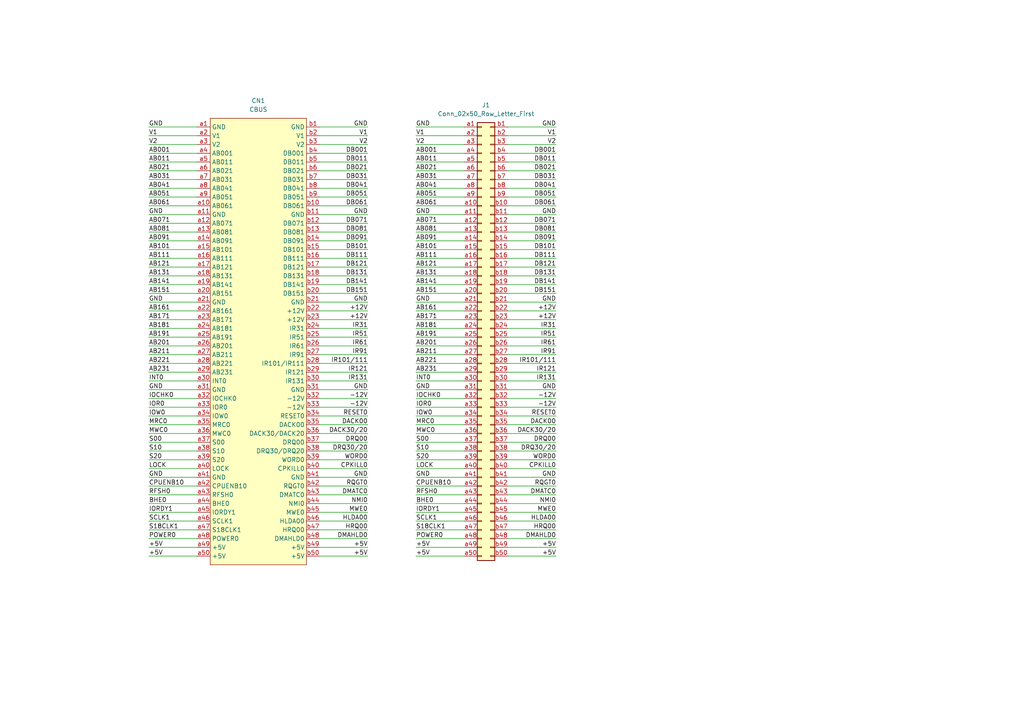
<source format=kicad_sch>
(kicad_sch (version 20230121) (generator eeschema)

  (uuid 5877bca5-a31d-4fce-9ceb-3faa24999b98)

  (paper "A4")

  (lib_symbols
    (symbol "CBUS:CBUS" (in_bom yes) (on_board yes)
      (property "Reference" "CN" (at -11.43 66.04 0)
        (effects (font (size 1.27 1.27)))
      )
      (property "Value" "CBUS" (at 10.16 66.04 0)
        (effects (font (size 1.27 1.27)))
      )
      (property "Footprint" "CBUS:CBUS" (at 0 0 0)
        (effects (font (size 1.27 1.27)) hide)
      )
      (property "Datasheet" "" (at -16.51 67.31 0)
        (effects (font (size 1.27 1.27)) hide)
      )
      (symbol "CBUS_1_0"
        (pin bidirectional line (at -17.78 39.37 0) (length 3.81)
          (name "AB061" (effects (font (size 1.27 1.27))))
          (number "a10" (effects (font (size 1.27 1.27))))
        )
        (pin power_out line (at -17.78 36.83 0) (length 3.81)
          (name "GND" (effects (font (size 1.27 1.27))))
          (number "a11" (effects (font (size 1.27 1.27))))
        )
        (pin bidirectional line (at -17.78 34.29 0) (length 3.81)
          (name "AB071" (effects (font (size 1.27 1.27))))
          (number "a12" (effects (font (size 1.27 1.27))))
        )
        (pin bidirectional line (at -17.78 31.75 0) (length 3.81)
          (name "AB081" (effects (font (size 1.27 1.27))))
          (number "a13" (effects (font (size 1.27 1.27))))
        )
        (pin bidirectional line (at -17.78 29.21 0) (length 3.81)
          (name "AB091" (effects (font (size 1.27 1.27))))
          (number "a14" (effects (font (size 1.27 1.27))))
        )
        (pin bidirectional line (at -17.78 26.67 0) (length 3.81)
          (name "AB101" (effects (font (size 1.27 1.27))))
          (number "a15" (effects (font (size 1.27 1.27))))
        )
        (pin bidirectional line (at -17.78 24.13 0) (length 3.81)
          (name "AB111" (effects (font (size 1.27 1.27))))
          (number "a16" (effects (font (size 1.27 1.27))))
        )
        (pin bidirectional line (at -17.78 21.59 0) (length 3.81)
          (name "AB121" (effects (font (size 1.27 1.27))))
          (number "a17" (effects (font (size 1.27 1.27))))
        )
        (pin bidirectional line (at -17.78 19.05 0) (length 3.81)
          (name "AB131" (effects (font (size 1.27 1.27))))
          (number "a18" (effects (font (size 1.27 1.27))))
        )
        (pin bidirectional line (at -17.78 16.51 0) (length 3.81)
          (name "AB141" (effects (font (size 1.27 1.27))))
          (number "a19" (effects (font (size 1.27 1.27))))
        )
        (pin passive line (at -17.78 59.69 0) (length 3.81)
          (name "V1" (effects (font (size 1.27 1.27))))
          (number "a2" (effects (font (size 1.27 1.27))))
        )
        (pin bidirectional line (at -17.78 13.97 0) (length 3.81)
          (name "AB151" (effects (font (size 1.27 1.27))))
          (number "a20" (effects (font (size 1.27 1.27))))
        )
        (pin power_out line (at -17.78 11.43 0) (length 3.81)
          (name "GND" (effects (font (size 1.27 1.27))))
          (number "a21" (effects (font (size 1.27 1.27))))
        )
        (pin bidirectional line (at -17.78 8.89 0) (length 3.81)
          (name "AB161" (effects (font (size 1.27 1.27))))
          (number "a22" (effects (font (size 1.27 1.27))))
        )
        (pin bidirectional line (at -17.78 6.35 0) (length 3.81)
          (name "AB171" (effects (font (size 1.27 1.27))))
          (number "a23" (effects (font (size 1.27 1.27))))
        )
        (pin bidirectional line (at -17.78 3.81 0) (length 3.81)
          (name "AB181" (effects (font (size 1.27 1.27))))
          (number "a24" (effects (font (size 1.27 1.27))))
        )
        (pin bidirectional line (at -17.78 1.27 0) (length 3.81)
          (name "AB191" (effects (font (size 1.27 1.27))))
          (number "a25" (effects (font (size 1.27 1.27))))
        )
        (pin bidirectional line (at -17.78 -1.27 0) (length 3.81)
          (name "AB201" (effects (font (size 1.27 1.27))))
          (number "a26" (effects (font (size 1.27 1.27))))
        )
        (pin bidirectional line (at -17.78 -3.81 0) (length 3.81)
          (name "AB211" (effects (font (size 1.27 1.27))))
          (number "a27" (effects (font (size 1.27 1.27))))
        )
        (pin bidirectional line (at -17.78 -6.35 0) (length 3.81)
          (name "AB221" (effects (font (size 1.27 1.27))))
          (number "a28" (effects (font (size 1.27 1.27))))
        )
        (pin bidirectional line (at -17.78 -8.89 0) (length 3.81)
          (name "AB231" (effects (font (size 1.27 1.27))))
          (number "a29" (effects (font (size 1.27 1.27))))
        )
        (pin passive line (at -17.78 57.15 0) (length 3.81)
          (name "V2" (effects (font (size 1.27 1.27))))
          (number "a3" (effects (font (size 1.27 1.27))))
        )
        (pin output line (at -17.78 -11.43 0) (length 3.81)
          (name "INT0" (effects (font (size 1.27 1.27))))
          (number "a30" (effects (font (size 1.27 1.27))))
        )
        (pin power_out line (at -17.78 -13.97 0) (length 3.81)
          (name "GND" (effects (font (size 1.27 1.27))))
          (number "a31" (effects (font (size 1.27 1.27))))
        )
        (pin input line (at -17.78 -16.51 0) (length 3.81)
          (name "IOCHK0" (effects (font (size 1.27 1.27))))
          (number "a32" (effects (font (size 1.27 1.27))))
        )
        (pin bidirectional line (at -17.78 -19.05 0) (length 3.81)
          (name "IOR0" (effects (font (size 1.27 1.27))))
          (number "a33" (effects (font (size 1.27 1.27))))
        )
        (pin bidirectional line (at -17.78 -21.59 0) (length 3.81)
          (name "IOW0" (effects (font (size 1.27 1.27))))
          (number "a34" (effects (font (size 1.27 1.27))))
        )
        (pin bidirectional line (at -17.78 -24.13 0) (length 3.81)
          (name "MRC0" (effects (font (size 1.27 1.27))))
          (number "a35" (effects (font (size 1.27 1.27))))
        )
        (pin bidirectional line (at -17.78 -26.67 0) (length 3.81)
          (name "MWC0" (effects (font (size 1.27 1.27))))
          (number "a36" (effects (font (size 1.27 1.27))))
        )
        (pin bidirectional line (at -17.78 -29.21 0) (length 3.81)
          (name "S00" (effects (font (size 1.27 1.27))))
          (number "a37" (effects (font (size 1.27 1.27))))
        )
        (pin input line (at -17.78 -31.75 0) (length 3.81)
          (name "S10" (effects (font (size 1.27 1.27))))
          (number "a38" (effects (font (size 1.27 1.27))))
        )
        (pin input line (at -17.78 -34.29 0) (length 3.81)
          (name "S20" (effects (font (size 1.27 1.27))))
          (number "a39" (effects (font (size 1.27 1.27))))
        )
        (pin bidirectional line (at -17.78 54.61 0) (length 3.81)
          (name "AB001" (effects (font (size 1.27 1.27))))
          (number "a4" (effects (font (size 1.27 1.27))))
        )
        (pin input line (at -17.78 -36.83 0) (length 3.81)
          (name "LOCK" (effects (font (size 1.27 1.27))))
          (number "a40" (effects (font (size 1.27 1.27))))
        )
        (pin power_out line (at -17.78 -39.37 0) (length 3.81)
          (name "GND" (effects (font (size 1.27 1.27))))
          (number "a41" (effects (font (size 1.27 1.27))))
        )
        (pin output line (at -17.78 -41.91 0) (length 3.81)
          (name "CPUENB10" (effects (font (size 1.27 1.27))))
          (number "a42" (effects (font (size 1.27 1.27))))
        )
        (pin output line (at -17.78 -44.45 0) (length 3.81)
          (name "RFSH0" (effects (font (size 1.27 1.27))))
          (number "a43" (effects (font (size 1.27 1.27))))
        )
        (pin bidirectional line (at -17.78 -46.99 0) (length 3.81)
          (name "BHE0" (effects (font (size 1.27 1.27))))
          (number "a44" (effects (font (size 1.27 1.27))))
        )
        (pin input line (at -17.78 -49.53 0) (length 3.81)
          (name "IORDY1" (effects (font (size 1.27 1.27))))
          (number "a45" (effects (font (size 1.27 1.27))))
        )
        (pin output line (at -17.78 -52.07 0) (length 3.81)
          (name "SCLK1" (effects (font (size 1.27 1.27))))
          (number "a46" (effects (font (size 1.27 1.27))))
        )
        (pin output line (at -17.78 -54.61 0) (length 3.81)
          (name "S18CLK1" (effects (font (size 1.27 1.27))))
          (number "a47" (effects (font (size 1.27 1.27))))
        )
        (pin output line (at -17.78 -57.15 0) (length 3.81)
          (name "POWER0" (effects (font (size 1.27 1.27))))
          (number "a48" (effects (font (size 1.27 1.27))))
        )
        (pin power_out line (at -17.78 -59.69 0) (length 3.81)
          (name "+5V" (effects (font (size 1.27 1.27))))
          (number "a49" (effects (font (size 1.27 1.27))))
        )
        (pin bidirectional line (at -17.78 52.07 0) (length 3.81)
          (name "AB011" (effects (font (size 1.27 1.27))))
          (number "a5" (effects (font (size 1.27 1.27))))
        )
        (pin power_out line (at -17.78 -62.23 0) (length 3.81)
          (name "+5V" (effects (font (size 1.27 1.27))))
          (number "a50" (effects (font (size 1.27 1.27))))
        )
        (pin bidirectional line (at -17.78 49.53 0) (length 3.81)
          (name "AB021" (effects (font (size 1.27 1.27))))
          (number "a6" (effects (font (size 1.27 1.27))))
        )
        (pin bidirectional line (at -17.78 46.99 0) (length 3.81)
          (name "AB031" (effects (font (size 1.27 1.27))))
          (number "a7" (effects (font (size 1.27 1.27))))
        )
        (pin bidirectional line (at -17.78 44.45 0) (length 3.81)
          (name "AB041" (effects (font (size 1.27 1.27))))
          (number "a8" (effects (font (size 1.27 1.27))))
        )
        (pin bidirectional line (at -17.78 41.91 0) (length 3.81)
          (name "AB051" (effects (font (size 1.27 1.27))))
          (number "a9" (effects (font (size 1.27 1.27))))
        )
        (pin power_out line (at 17.78 62.23 180) (length 3.81)
          (name "GND" (effects (font (size 1.27 1.27))))
          (number "b1" (effects (font (size 1.27 1.27))))
        )
        (pin bidirectional line (at 17.78 39.37 180) (length 3.81)
          (name "DB061" (effects (font (size 1.27 1.27))))
          (number "b10" (effects (font (size 1.27 1.27))))
        )
        (pin power_out line (at 17.78 36.83 180) (length 3.81)
          (name "GND" (effects (font (size 1.27 1.27))))
          (number "b11" (effects (font (size 1.27 1.27))))
        )
        (pin bidirectional line (at 17.78 34.29 180) (length 3.81)
          (name "DB071" (effects (font (size 1.27 1.27))))
          (number "b12" (effects (font (size 1.27 1.27))))
        )
        (pin bidirectional line (at 17.78 31.75 180) (length 3.81)
          (name "DB081" (effects (font (size 1.27 1.27))))
          (number "b13" (effects (font (size 1.27 1.27))))
        )
        (pin bidirectional line (at 17.78 29.21 180) (length 3.81)
          (name "DB091" (effects (font (size 1.27 1.27))))
          (number "b14" (effects (font (size 1.27 1.27))))
        )
        (pin bidirectional line (at 17.78 26.67 180) (length 3.81)
          (name "DB101" (effects (font (size 1.27 1.27))))
          (number "b15" (effects (font (size 1.27 1.27))))
        )
        (pin bidirectional line (at 17.78 24.13 180) (length 3.81)
          (name "DB111" (effects (font (size 1.27 1.27))))
          (number "b16" (effects (font (size 1.27 1.27))))
        )
        (pin bidirectional line (at 17.78 21.59 180) (length 3.81)
          (name "DB121" (effects (font (size 1.27 1.27))))
          (number "b17" (effects (font (size 1.27 1.27))))
        )
        (pin bidirectional line (at 17.78 19.05 180) (length 3.81)
          (name "DB131" (effects (font (size 1.27 1.27))))
          (number "b18" (effects (font (size 1.27 1.27))))
        )
        (pin bidirectional line (at 17.78 16.51 180) (length 3.81)
          (name "DB141" (effects (font (size 1.27 1.27))))
          (number "b19" (effects (font (size 1.27 1.27))))
        )
        (pin passive line (at 17.78 59.69 180) (length 3.81)
          (name "V1" (effects (font (size 1.27 1.27))))
          (number "b2" (effects (font (size 1.27 1.27))))
        )
        (pin bidirectional line (at 17.78 13.97 180) (length 3.81)
          (name "DB151" (effects (font (size 1.27 1.27))))
          (number "b20" (effects (font (size 1.27 1.27))))
        )
        (pin power_out line (at 17.78 11.43 180) (length 3.81)
          (name "GND" (effects (font (size 1.27 1.27))))
          (number "b21" (effects (font (size 1.27 1.27))))
        )
        (pin power_out line (at 17.78 8.89 180) (length 3.81)
          (name "+12V" (effects (font (size 1.27 1.27))))
          (number "b22" (effects (font (size 1.27 1.27))))
        )
        (pin power_out line (at 17.78 6.35 180) (length 3.81)
          (name "+12V" (effects (font (size 1.27 1.27))))
          (number "b23" (effects (font (size 1.27 1.27))))
        )
        (pin input line (at 17.78 3.81 180) (length 3.81)
          (name "IR31" (effects (font (size 1.27 1.27))))
          (number "b24" (effects (font (size 1.27 1.27))))
        )
        (pin input line (at 17.78 1.27 180) (length 3.81)
          (name "IR51" (effects (font (size 1.27 1.27))))
          (number "b25" (effects (font (size 1.27 1.27))))
        )
        (pin input line (at 17.78 -1.27 180) (length 3.81)
          (name "IR61" (effects (font (size 1.27 1.27))))
          (number "b26" (effects (font (size 1.27 1.27))))
        )
        (pin input line (at 17.78 -3.81 180) (length 3.81)
          (name "IR91" (effects (font (size 1.27 1.27))))
          (number "b27" (effects (font (size 1.27 1.27))))
        )
        (pin input line (at 17.78 -6.35 180) (length 3.81)
          (name "IR101/IR111" (effects (font (size 1.27 1.27))))
          (number "b28" (effects (font (size 1.27 1.27))))
        )
        (pin input line (at 17.78 -8.89 180) (length 3.81)
          (name "IR121" (effects (font (size 1.27 1.27))))
          (number "b29" (effects (font (size 1.27 1.27))))
        )
        (pin passive line (at 17.78 57.15 180) (length 3.81)
          (name "V2" (effects (font (size 1.27 1.27))))
          (number "b3" (effects (font (size 1.27 1.27))))
        )
        (pin input line (at 17.78 -11.43 180) (length 3.81)
          (name "IR131" (effects (font (size 1.27 1.27))))
          (number "b30" (effects (font (size 1.27 1.27))))
        )
        (pin power_out line (at 17.78 -13.97 180) (length 3.81)
          (name "GND" (effects (font (size 1.27 1.27))))
          (number "b31" (effects (font (size 1.27 1.27))))
        )
        (pin power_out line (at 17.78 -16.51 180) (length 3.81)
          (name "-12V" (effects (font (size 1.27 1.27))))
          (number "b32" (effects (font (size 1.27 1.27))))
        )
        (pin power_out line (at 17.78 -19.05 180) (length 3.81)
          (name "-12V" (effects (font (size 1.27 1.27))))
          (number "b33" (effects (font (size 1.27 1.27))))
        )
        (pin output line (at 17.78 -21.59 180) (length 3.81)
          (name "RESET0" (effects (font (size 1.27 1.27))))
          (number "b34" (effects (font (size 1.27 1.27))))
        )
        (pin output line (at 17.78 -24.13 180) (length 3.81)
          (name "DACK00" (effects (font (size 1.27 1.27))))
          (number "b35" (effects (font (size 1.27 1.27))))
        )
        (pin output line (at 17.78 -26.67 180) (length 3.81)
          (name "DACK30/DACK20" (effects (font (size 1.27 1.27))))
          (number "b36" (effects (font (size 1.27 1.27))))
        )
        (pin input line (at 17.78 -29.21 180) (length 3.81)
          (name "DRQ00" (effects (font (size 1.27 1.27))))
          (number "b37" (effects (font (size 1.27 1.27))))
        )
        (pin input line (at 17.78 -31.75 180) (length 3.81)
          (name "DRQ30/DRQ20" (effects (font (size 1.27 1.27))))
          (number "b38" (effects (font (size 1.27 1.27))))
        )
        (pin input line (at 17.78 -34.29 180) (length 3.81)
          (name "WORD0" (effects (font (size 1.27 1.27))))
          (number "b39" (effects (font (size 1.27 1.27))))
        )
        (pin bidirectional line (at 17.78 54.61 180) (length 3.81)
          (name "DB001" (effects (font (size 1.27 1.27))))
          (number "b4" (effects (font (size 1.27 1.27))))
        )
        (pin input line (at 17.78 -36.83 180) (length 3.81)
          (name "CPKILL0" (effects (font (size 1.27 1.27))))
          (number "b40" (effects (font (size 1.27 1.27))))
        )
        (pin power_out line (at 17.78 -39.37 180) (length 3.81)
          (name "GND" (effects (font (size 1.27 1.27))))
          (number "b41" (effects (font (size 1.27 1.27))))
        )
        (pin bidirectional line (at 17.78 -41.91 180) (length 3.81)
          (name "RQGT0" (effects (font (size 1.27 1.27))))
          (number "b42" (effects (font (size 1.27 1.27))))
        )
        (pin output line (at 17.78 -44.45 180) (length 3.81)
          (name "DMATC0" (effects (font (size 1.27 1.27))))
          (number "b43" (effects (font (size 1.27 1.27))))
        )
        (pin output line (at 17.78 -46.99 180) (length 3.81)
          (name "NMI0" (effects (font (size 1.27 1.27))))
          (number "b44" (effects (font (size 1.27 1.27))))
        )
        (pin bidirectional line (at 17.78 -49.53 180) (length 3.81)
          (name "MWE0" (effects (font (size 1.27 1.27))))
          (number "b45" (effects (font (size 1.27 1.27))))
        )
        (pin output line (at 17.78 -52.07 180) (length 3.81)
          (name "HLDA00" (effects (font (size 1.27 1.27))))
          (number "b46" (effects (font (size 1.27 1.27))))
        )
        (pin input line (at 17.78 -54.61 180) (length 3.81)
          (name "HRQ00" (effects (font (size 1.27 1.27))))
          (number "b47" (effects (font (size 1.27 1.27))))
        )
        (pin input line (at 17.78 -57.15 180) (length 3.81)
          (name "DMAHLD0" (effects (font (size 1.27 1.27))))
          (number "b48" (effects (font (size 1.27 1.27))))
        )
        (pin power_out line (at 17.78 -59.69 180) (length 3.81)
          (name "+5V" (effects (font (size 1.27 1.27))))
          (number "b49" (effects (font (size 1.27 1.27))))
        )
        (pin bidirectional line (at 17.78 52.07 180) (length 3.81)
          (name "DB011" (effects (font (size 1.27 1.27))))
          (number "b5" (effects (font (size 1.27 1.27))))
        )
        (pin power_out line (at 17.78 -62.23 180) (length 3.81)
          (name "+5V" (effects (font (size 1.27 1.27))))
          (number "b50" (effects (font (size 1.27 1.27))))
        )
        (pin bidirectional line (at 17.78 49.53 180) (length 3.81)
          (name "DB021" (effects (font (size 1.27 1.27))))
          (number "b6" (effects (font (size 1.27 1.27))))
        )
        (pin bidirectional line (at 17.78 46.99 180) (length 3.81)
          (name "DB031" (effects (font (size 1.27 1.27))))
          (number "b7" (effects (font (size 1.27 1.27))))
        )
        (pin bidirectional line (at 17.78 44.45 180) (length 3.81)
          (name "DB041" (effects (font (size 1.27 1.27))))
          (number "b8" (effects (font (size 1.27 1.27))))
        )
        (pin bidirectional line (at 17.78 41.91 180) (length 3.81)
          (name "DB051" (effects (font (size 1.27 1.27))))
          (number "b9" (effects (font (size 1.27 1.27))))
        )
      )
      (symbol "CBUS_1_1"
        (rectangle (start -13.97 64.77) (end 13.97 -64.77)
          (stroke (width 0) (type default))
          (fill (type background))
        )
        (pin power_out line (at -17.78 62.23 0) (length 3.81)
          (name "GND" (effects (font (size 1.27 1.27))))
          (number "a1" (effects (font (size 1.27 1.27))))
        )
      )
    )
    (symbol "conn_02x50_row_letter_first:Conn_02x50_Row_Letter_First" (pin_names (offset 1.016) hide) (in_bom yes) (on_board yes)
      (property "Reference" "J" (at 1.27 50.8 0)
        (effects (font (size 1.27 1.27)))
      )
      (property "Value" "Conn_02x50_Row_Letter_First" (at 1.27 -78.74 0)
        (effects (font (size 1.27 1.27)))
      )
      (property "Footprint" "" (at 0 0 0)
        (effects (font (size 1.27 1.27)) hide)
      )
      (property "Datasheet" "~" (at 0 0 0)
        (effects (font (size 1.27 1.27)) hide)
      )
      (property "ki_keywords" "connector" (at 0 0 0)
        (effects (font (size 1.27 1.27)) hide)
      )
      (property "ki_description" "Generic connector, double row, 02x40, row letter first pin numbering scheme (pin number consists of a letter for the row and a number for the pin index in this row. a1, ..., aN; b1, ..., bN), script generated (kicad-library-utils/schlib/autogen/connector/)" (at 0 0 0)
        (effects (font (size 1.27 1.27)) hide)
      )
      (property "ki_fp_filters" "Connector*:*_2x??_*" (at 0 0 0)
        (effects (font (size 1.27 1.27)) hide)
      )
      (symbol "Conn_02x50_Row_Letter_First_1_1"
        (rectangle (start -1.27 -76.073) (end 0 -76.327)
          (stroke (width 0.1524) (type default))
          (fill (type none))
        )
        (rectangle (start -1.27 -73.533) (end 0 -73.787)
          (stroke (width 0.1524) (type default))
          (fill (type none))
        )
        (rectangle (start -1.27 -70.993) (end 0 -71.247)
          (stroke (width 0.1524) (type default))
          (fill (type none))
        )
        (rectangle (start -1.27 -68.453) (end 0 -68.707)
          (stroke (width 0.1524) (type default))
          (fill (type none))
        )
        (rectangle (start -1.27 -65.913) (end 0 -66.167)
          (stroke (width 0.1524) (type default))
          (fill (type none))
        )
        (rectangle (start -1.27 -63.373) (end 0 -63.627)
          (stroke (width 0.1524) (type default))
          (fill (type none))
        )
        (rectangle (start -1.27 -60.833) (end 0 -61.087)
          (stroke (width 0.1524) (type default))
          (fill (type none))
        )
        (rectangle (start -1.27 -58.293) (end 0 -58.547)
          (stroke (width 0.1524) (type default))
          (fill (type none))
        )
        (rectangle (start -1.27 -55.753) (end 0 -56.007)
          (stroke (width 0.1524) (type default))
          (fill (type none))
        )
        (rectangle (start -1.27 -53.213) (end 0 -53.467)
          (stroke (width 0.1524) (type default))
          (fill (type none))
        )
        (rectangle (start -1.27 -50.673) (end 0 -50.927)
          (stroke (width 0.1524) (type default))
          (fill (type none))
        )
        (rectangle (start -1.27 -48.133) (end 0 -48.387)
          (stroke (width 0.1524) (type default))
          (fill (type none))
        )
        (rectangle (start -1.27 -45.593) (end 0 -45.847)
          (stroke (width 0.1524) (type default))
          (fill (type none))
        )
        (rectangle (start -1.27 -43.053) (end 0 -43.307)
          (stroke (width 0.1524) (type default))
          (fill (type none))
        )
        (rectangle (start -1.27 -40.513) (end 0 -40.767)
          (stroke (width 0.1524) (type default))
          (fill (type none))
        )
        (rectangle (start -1.27 -37.973) (end 0 -38.227)
          (stroke (width 0.1524) (type default))
          (fill (type none))
        )
        (rectangle (start -1.27 -35.433) (end 0 -35.687)
          (stroke (width 0.1524) (type default))
          (fill (type none))
        )
        (rectangle (start -1.27 -32.893) (end 0 -33.147)
          (stroke (width 0.1524) (type default))
          (fill (type none))
        )
        (rectangle (start -1.27 -30.353) (end 0 -30.607)
          (stroke (width 0.1524) (type default))
          (fill (type none))
        )
        (rectangle (start -1.27 -27.813) (end 0 -28.067)
          (stroke (width 0.1524) (type default))
          (fill (type none))
        )
        (rectangle (start -1.27 -25.273) (end 0 -25.527)
          (stroke (width 0.1524) (type default))
          (fill (type none))
        )
        (rectangle (start -1.27 -22.733) (end 0 -22.987)
          (stroke (width 0.1524) (type default))
          (fill (type none))
        )
        (rectangle (start -1.27 -20.193) (end 0 -20.447)
          (stroke (width 0.1524) (type default))
          (fill (type none))
        )
        (rectangle (start -1.27 -17.653) (end 0 -17.907)
          (stroke (width 0.1524) (type default))
          (fill (type none))
        )
        (rectangle (start -1.27 -15.113) (end 0 -15.367)
          (stroke (width 0.1524) (type default))
          (fill (type none))
        )
        (rectangle (start -1.27 -12.573) (end 0 -12.827)
          (stroke (width 0.1524) (type default))
          (fill (type none))
        )
        (rectangle (start -1.27 -10.033) (end 0 -10.287)
          (stroke (width 0.1524) (type default))
          (fill (type none))
        )
        (rectangle (start -1.27 -7.493) (end 0 -7.747)
          (stroke (width 0.1524) (type default))
          (fill (type none))
        )
        (rectangle (start -1.27 -4.953) (end 0 -5.207)
          (stroke (width 0.1524) (type default))
          (fill (type none))
        )
        (rectangle (start -1.27 -2.413) (end 0 -2.667)
          (stroke (width 0.1524) (type default))
          (fill (type none))
        )
        (rectangle (start -1.27 0.127) (end 0 -0.127)
          (stroke (width 0.1524) (type default))
          (fill (type none))
        )
        (rectangle (start -1.27 2.667) (end 0 2.413)
          (stroke (width 0.1524) (type default))
          (fill (type none))
        )
        (rectangle (start -1.27 5.207) (end 0 4.953)
          (stroke (width 0.1524) (type default))
          (fill (type none))
        )
        (rectangle (start -1.27 7.747) (end 0 7.493)
          (stroke (width 0.1524) (type default))
          (fill (type none))
        )
        (rectangle (start -1.27 10.287) (end 0 10.033)
          (stroke (width 0.1524) (type default))
          (fill (type none))
        )
        (rectangle (start -1.27 12.827) (end 0 12.573)
          (stroke (width 0.1524) (type default))
          (fill (type none))
        )
        (rectangle (start -1.27 15.367) (end 0 15.113)
          (stroke (width 0.1524) (type default))
          (fill (type none))
        )
        (rectangle (start -1.27 17.907) (end 0 17.653)
          (stroke (width 0.1524) (type default))
          (fill (type none))
        )
        (rectangle (start -1.27 20.447) (end 0 20.193)
          (stroke (width 0.1524) (type default))
          (fill (type none))
        )
        (rectangle (start -1.27 22.987) (end 0 22.733)
          (stroke (width 0.1524) (type default))
          (fill (type none))
        )
        (rectangle (start -1.27 25.527) (end 0 25.273)
          (stroke (width 0.1524) (type default))
          (fill (type none))
        )
        (rectangle (start -1.27 28.067) (end 0 27.813)
          (stroke (width 0.1524) (type default))
          (fill (type none))
        )
        (rectangle (start -1.27 30.607) (end 0 30.353)
          (stroke (width 0.1524) (type default))
          (fill (type none))
        )
        (rectangle (start -1.27 33.147) (end 0 32.893)
          (stroke (width 0.1524) (type default))
          (fill (type none))
        )
        (rectangle (start -1.27 35.687) (end 0 35.433)
          (stroke (width 0.1524) (type default))
          (fill (type none))
        )
        (rectangle (start -1.27 38.227) (end 0 37.973)
          (stroke (width 0.1524) (type default))
          (fill (type none))
        )
        (rectangle (start -1.27 40.767) (end 0 40.513)
          (stroke (width 0.1524) (type default))
          (fill (type none))
        )
        (rectangle (start -1.27 43.307) (end 0 43.053)
          (stroke (width 0.1524) (type default))
          (fill (type none))
        )
        (rectangle (start -1.27 45.847) (end 0 45.593)
          (stroke (width 0.1524) (type default))
          (fill (type none))
        )
        (rectangle (start -1.27 48.387) (end 0 48.133)
          (stroke (width 0.1524) (type default))
          (fill (type none))
        )
        (rectangle (start -1.27 49.53) (end 3.81 -77.47)
          (stroke (width 0.254) (type default))
          (fill (type background))
        )
        (rectangle (start 3.81 -76.073) (end 2.54 -76.327)
          (stroke (width 0.1524) (type default))
          (fill (type none))
        )
        (rectangle (start 3.81 -73.533) (end 2.54 -73.787)
          (stroke (width 0.1524) (type default))
          (fill (type none))
        )
        (rectangle (start 3.81 -70.993) (end 2.54 -71.247)
          (stroke (width 0.1524) (type default))
          (fill (type none))
        )
        (rectangle (start 3.81 -68.453) (end 2.54 -68.707)
          (stroke (width 0.1524) (type default))
          (fill (type none))
        )
        (rectangle (start 3.81 -65.913) (end 2.54 -66.167)
          (stroke (width 0.1524) (type default))
          (fill (type none))
        )
        (rectangle (start 3.81 -63.373) (end 2.54 -63.627)
          (stroke (width 0.1524) (type default))
          (fill (type none))
        )
        (rectangle (start 3.81 -60.833) (end 2.54 -61.087)
          (stroke (width 0.1524) (type default))
          (fill (type none))
        )
        (rectangle (start 3.81 -58.293) (end 2.54 -58.547)
          (stroke (width 0.1524) (type default))
          (fill (type none))
        )
        (rectangle (start 3.81 -55.753) (end 2.54 -56.007)
          (stroke (width 0.1524) (type default))
          (fill (type none))
        )
        (rectangle (start 3.81 -53.213) (end 2.54 -53.467)
          (stroke (width 0.1524) (type default))
          (fill (type none))
        )
        (rectangle (start 3.81 -50.673) (end 2.54 -50.927)
          (stroke (width 0.1524) (type default))
          (fill (type none))
        )
        (rectangle (start 3.81 -48.133) (end 2.54 -48.387)
          (stroke (width 0.1524) (type default))
          (fill (type none))
        )
        (rectangle (start 3.81 -45.593) (end 2.54 -45.847)
          (stroke (width 0.1524) (type default))
          (fill (type none))
        )
        (rectangle (start 3.81 -43.053) (end 2.54 -43.307)
          (stroke (width 0.1524) (type default))
          (fill (type none))
        )
        (rectangle (start 3.81 -40.513) (end 2.54 -40.767)
          (stroke (width 0.1524) (type default))
          (fill (type none))
        )
        (rectangle (start 3.81 -37.973) (end 2.54 -38.227)
          (stroke (width 0.1524) (type default))
          (fill (type none))
        )
        (rectangle (start 3.81 -35.433) (end 2.54 -35.687)
          (stroke (width 0.1524) (type default))
          (fill (type none))
        )
        (rectangle (start 3.81 -32.893) (end 2.54 -33.147)
          (stroke (width 0.1524) (type default))
          (fill (type none))
        )
        (rectangle (start 3.81 -30.353) (end 2.54 -30.607)
          (stroke (width 0.1524) (type default))
          (fill (type none))
        )
        (rectangle (start 3.81 -27.813) (end 2.54 -28.067)
          (stroke (width 0.1524) (type default))
          (fill (type none))
        )
        (rectangle (start 3.81 -25.273) (end 2.54 -25.527)
          (stroke (width 0.1524) (type default))
          (fill (type none))
        )
        (rectangle (start 3.81 -22.733) (end 2.54 -22.987)
          (stroke (width 0.1524) (type default))
          (fill (type none))
        )
        (rectangle (start 3.81 -20.193) (end 2.54 -20.447)
          (stroke (width 0.1524) (type default))
          (fill (type none))
        )
        (rectangle (start 3.81 -17.653) (end 2.54 -17.907)
          (stroke (width 0.1524) (type default))
          (fill (type none))
        )
        (rectangle (start 3.81 -15.113) (end 2.54 -15.367)
          (stroke (width 0.1524) (type default))
          (fill (type none))
        )
        (rectangle (start 3.81 -12.573) (end 2.54 -12.827)
          (stroke (width 0.1524) (type default))
          (fill (type none))
        )
        (rectangle (start 3.81 -10.033) (end 2.54 -10.287)
          (stroke (width 0.1524) (type default))
          (fill (type none))
        )
        (rectangle (start 3.81 -7.493) (end 2.54 -7.747)
          (stroke (width 0.1524) (type default))
          (fill (type none))
        )
        (rectangle (start 3.81 -4.953) (end 2.54 -5.207)
          (stroke (width 0.1524) (type default))
          (fill (type none))
        )
        (rectangle (start 3.81 -2.413) (end 2.54 -2.667)
          (stroke (width 0.1524) (type default))
          (fill (type none))
        )
        (rectangle (start 3.81 0.127) (end 2.54 -0.127)
          (stroke (width 0.1524) (type default))
          (fill (type none))
        )
        (rectangle (start 3.81 2.667) (end 2.54 2.413)
          (stroke (width 0.1524) (type default))
          (fill (type none))
        )
        (rectangle (start 3.81 5.207) (end 2.54 4.953)
          (stroke (width 0.1524) (type default))
          (fill (type none))
        )
        (rectangle (start 3.81 7.747) (end 2.54 7.493)
          (stroke (width 0.1524) (type default))
          (fill (type none))
        )
        (rectangle (start 3.81 10.287) (end 2.54 10.033)
          (stroke (width 0.1524) (type default))
          (fill (type none))
        )
        (rectangle (start 3.81 12.827) (end 2.54 12.573)
          (stroke (width 0.1524) (type default))
          (fill (type none))
        )
        (rectangle (start 3.81 15.367) (end 2.54 15.113)
          (stroke (width 0.1524) (type default))
          (fill (type none))
        )
        (rectangle (start 3.81 17.907) (end 2.54 17.653)
          (stroke (width 0.1524) (type default))
          (fill (type none))
        )
        (rectangle (start 3.81 20.447) (end 2.54 20.193)
          (stroke (width 0.1524) (type default))
          (fill (type none))
        )
        (rectangle (start 3.81 22.987) (end 2.54 22.733)
          (stroke (width 0.1524) (type default))
          (fill (type none))
        )
        (rectangle (start 3.81 25.527) (end 2.54 25.273)
          (stroke (width 0.1524) (type default))
          (fill (type none))
        )
        (rectangle (start 3.81 28.067) (end 2.54 27.813)
          (stroke (width 0.1524) (type default))
          (fill (type none))
        )
        (rectangle (start 3.81 30.607) (end 2.54 30.353)
          (stroke (width 0.1524) (type default))
          (fill (type none))
        )
        (rectangle (start 3.81 33.147) (end 2.54 32.893)
          (stroke (width 0.1524) (type default))
          (fill (type none))
        )
        (rectangle (start 3.81 35.687) (end 2.54 35.433)
          (stroke (width 0.1524) (type default))
          (fill (type none))
        )
        (rectangle (start 3.81 38.227) (end 2.54 37.973)
          (stroke (width 0.1524) (type default))
          (fill (type none))
        )
        (rectangle (start 3.81 40.767) (end 2.54 40.513)
          (stroke (width 0.1524) (type default))
          (fill (type none))
        )
        (rectangle (start 3.81 43.307) (end 2.54 43.053)
          (stroke (width 0.1524) (type default))
          (fill (type none))
        )
        (rectangle (start 3.81 45.847) (end 2.54 45.593)
          (stroke (width 0.1524) (type default))
          (fill (type none))
        )
        (rectangle (start 3.81 48.387) (end 2.54 48.133)
          (stroke (width 0.1524) (type default))
          (fill (type none))
        )
        (pin passive line (at -5.08 48.26 0) (length 3.81)
          (name "Pin_a1" (effects (font (size 1.27 1.27))))
          (number "a1" (effects (font (size 1.27 1.27))))
        )
        (pin passive line (at -5.08 25.4 0) (length 3.81)
          (name "Pin_a10" (effects (font (size 1.27 1.27))))
          (number "a10" (effects (font (size 1.27 1.27))))
        )
        (pin passive line (at -5.08 22.86 0) (length 3.81)
          (name "Pin_a11" (effects (font (size 1.27 1.27))))
          (number "a11" (effects (font (size 1.27 1.27))))
        )
        (pin passive line (at -5.08 20.32 0) (length 3.81)
          (name "Pin_a12" (effects (font (size 1.27 1.27))))
          (number "a12" (effects (font (size 1.27 1.27))))
        )
        (pin passive line (at -5.08 17.78 0) (length 3.81)
          (name "Pin_a13" (effects (font (size 1.27 1.27))))
          (number "a13" (effects (font (size 1.27 1.27))))
        )
        (pin passive line (at -5.08 15.24 0) (length 3.81)
          (name "Pin_a14" (effects (font (size 1.27 1.27))))
          (number "a14" (effects (font (size 1.27 1.27))))
        )
        (pin passive line (at -5.08 12.7 0) (length 3.81)
          (name "Pin_a15" (effects (font (size 1.27 1.27))))
          (number "a15" (effects (font (size 1.27 1.27))))
        )
        (pin passive line (at -5.08 10.16 0) (length 3.81)
          (name "Pin_a16" (effects (font (size 1.27 1.27))))
          (number "a16" (effects (font (size 1.27 1.27))))
        )
        (pin passive line (at -5.08 7.62 0) (length 3.81)
          (name "Pin_a17" (effects (font (size 1.27 1.27))))
          (number "a17" (effects (font (size 1.27 1.27))))
        )
        (pin passive line (at -5.08 5.08 0) (length 3.81)
          (name "Pin_a18" (effects (font (size 1.27 1.27))))
          (number "a18" (effects (font (size 1.27 1.27))))
        )
        (pin passive line (at -5.08 2.54 0) (length 3.81)
          (name "Pin_a19" (effects (font (size 1.27 1.27))))
          (number "a19" (effects (font (size 1.27 1.27))))
        )
        (pin passive line (at -5.08 45.72 0) (length 3.81)
          (name "Pin_a2" (effects (font (size 1.27 1.27))))
          (number "a2" (effects (font (size 1.27 1.27))))
        )
        (pin passive line (at -5.08 0 0) (length 3.81)
          (name "Pin_a20" (effects (font (size 1.27 1.27))))
          (number "a20" (effects (font (size 1.27 1.27))))
        )
        (pin passive line (at -5.08 -2.54 0) (length 3.81)
          (name "Pin_a21" (effects (font (size 1.27 1.27))))
          (number "a21" (effects (font (size 1.27 1.27))))
        )
        (pin passive line (at -5.08 -5.08 0) (length 3.81)
          (name "Pin_a22" (effects (font (size 1.27 1.27))))
          (number "a22" (effects (font (size 1.27 1.27))))
        )
        (pin passive line (at -5.08 -7.62 0) (length 3.81)
          (name "Pin_a23" (effects (font (size 1.27 1.27))))
          (number "a23" (effects (font (size 1.27 1.27))))
        )
        (pin passive line (at -5.08 -10.16 0) (length 3.81)
          (name "Pin_a24" (effects (font (size 1.27 1.27))))
          (number "a24" (effects (font (size 1.27 1.27))))
        )
        (pin passive line (at -5.08 -12.7 0) (length 3.81)
          (name "Pin_a25" (effects (font (size 1.27 1.27))))
          (number "a25" (effects (font (size 1.27 1.27))))
        )
        (pin passive line (at -5.08 -15.24 0) (length 3.81)
          (name "Pin_a26" (effects (font (size 1.27 1.27))))
          (number "a26" (effects (font (size 1.27 1.27))))
        )
        (pin passive line (at -5.08 -17.78 0) (length 3.81)
          (name "Pin_a27" (effects (font (size 1.27 1.27))))
          (number "a27" (effects (font (size 1.27 1.27))))
        )
        (pin passive line (at -5.08 -20.32 0) (length 3.81)
          (name "Pin_a28" (effects (font (size 1.27 1.27))))
          (number "a28" (effects (font (size 1.27 1.27))))
        )
        (pin passive line (at -5.08 -22.86 0) (length 3.81)
          (name "Pin_a29" (effects (font (size 1.27 1.27))))
          (number "a29" (effects (font (size 1.27 1.27))))
        )
        (pin passive line (at -5.08 43.18 0) (length 3.81)
          (name "Pin_a3" (effects (font (size 1.27 1.27))))
          (number "a3" (effects (font (size 1.27 1.27))))
        )
        (pin passive line (at -5.08 -25.4 0) (length 3.81)
          (name "Pin_a30" (effects (font (size 1.27 1.27))))
          (number "a30" (effects (font (size 1.27 1.27))))
        )
        (pin passive line (at -5.08 -27.94 0) (length 3.81)
          (name "Pin_a31" (effects (font (size 1.27 1.27))))
          (number "a31" (effects (font (size 1.27 1.27))))
        )
        (pin passive line (at -5.08 -30.48 0) (length 3.81)
          (name "Pin_a32" (effects (font (size 1.27 1.27))))
          (number "a32" (effects (font (size 1.27 1.27))))
        )
        (pin passive line (at -5.08 -33.02 0) (length 3.81)
          (name "Pin_a33" (effects (font (size 1.27 1.27))))
          (number "a33" (effects (font (size 1.27 1.27))))
        )
        (pin passive line (at -5.08 -35.56 0) (length 3.81)
          (name "Pin_a34" (effects (font (size 1.27 1.27))))
          (number "a34" (effects (font (size 1.27 1.27))))
        )
        (pin passive line (at -5.08 -38.1 0) (length 3.81)
          (name "Pin_a35" (effects (font (size 1.27 1.27))))
          (number "a35" (effects (font (size 1.27 1.27))))
        )
        (pin passive line (at -5.08 -40.64 0) (length 3.81)
          (name "Pin_a36" (effects (font (size 1.27 1.27))))
          (number "a36" (effects (font (size 1.27 1.27))))
        )
        (pin passive line (at -5.08 -43.18 0) (length 3.81)
          (name "Pin_a37" (effects (font (size 1.27 1.27))))
          (number "a37" (effects (font (size 1.27 1.27))))
        )
        (pin passive line (at -5.08 -45.72 0) (length 3.81)
          (name "Pin_a38" (effects (font (size 1.27 1.27))))
          (number "a38" (effects (font (size 1.27 1.27))))
        )
        (pin passive line (at -5.08 -48.26 0) (length 3.81)
          (name "Pin_a39" (effects (font (size 1.27 1.27))))
          (number "a39" (effects (font (size 1.27 1.27))))
        )
        (pin passive line (at -5.08 40.64 0) (length 3.81)
          (name "Pin_a4" (effects (font (size 1.27 1.27))))
          (number "a4" (effects (font (size 1.27 1.27))))
        )
        (pin passive line (at -5.08 -50.8 0) (length 3.81)
          (name "Pin_a40" (effects (font (size 1.27 1.27))))
          (number "a40" (effects (font (size 1.27 1.27))))
        )
        (pin passive line (at -5.08 -53.34 0) (length 3.81)
          (name "Pin_a41" (effects (font (size 1.27 1.27))))
          (number "a41" (effects (font (size 1.27 1.27))))
        )
        (pin passive line (at -5.08 -55.88 0) (length 3.81)
          (name "Pin_a42" (effects (font (size 1.27 1.27))))
          (number "a42" (effects (font (size 1.27 1.27))))
        )
        (pin passive line (at -5.08 -58.42 0) (length 3.81)
          (name "Pin_a43" (effects (font (size 1.27 1.27))))
          (number "a43" (effects (font (size 1.27 1.27))))
        )
        (pin passive line (at -5.08 -60.96 0) (length 3.81)
          (name "Pin_a44" (effects (font (size 1.27 1.27))))
          (number "a44" (effects (font (size 1.27 1.27))))
        )
        (pin passive line (at -5.08 -63.5 0) (length 3.81)
          (name "Pin_a45" (effects (font (size 1.27 1.27))))
          (number "a45" (effects (font (size 1.27 1.27))))
        )
        (pin passive line (at -5.08 -66.04 0) (length 3.81)
          (name "Pin_a46" (effects (font (size 1.27 1.27))))
          (number "a46" (effects (font (size 1.27 1.27))))
        )
        (pin passive line (at -5.08 -68.58 0) (length 3.81)
          (name "Pin_a47" (effects (font (size 1.27 1.27))))
          (number "a47" (effects (font (size 1.27 1.27))))
        )
        (pin passive line (at -5.08 -71.12 0) (length 3.81)
          (name "Pin_a48" (effects (font (size 1.27 1.27))))
          (number "a48" (effects (font (size 1.27 1.27))))
        )
        (pin passive line (at -5.08 -73.66 0) (length 3.81)
          (name "Pin_a49" (effects (font (size 1.27 1.27))))
          (number "a49" (effects (font (size 1.27 1.27))))
        )
        (pin passive line (at -5.08 38.1 0) (length 3.81)
          (name "Pin_a5" (effects (font (size 1.27 1.27))))
          (number "a5" (effects (font (size 1.27 1.27))))
        )
        (pin passive line (at -5.08 -76.2 0) (length 3.81)
          (name "Pin_a50" (effects (font (size 1.27 1.27))))
          (number "a50" (effects (font (size 1.27 1.27))))
        )
        (pin passive line (at -5.08 35.56 0) (length 3.81)
          (name "Pin_a6" (effects (font (size 1.27 1.27))))
          (number "a6" (effects (font (size 1.27 1.27))))
        )
        (pin passive line (at -5.08 33.02 0) (length 3.81)
          (name "Pin_a7" (effects (font (size 1.27 1.27))))
          (number "a7" (effects (font (size 1.27 1.27))))
        )
        (pin passive line (at -5.08 30.48 0) (length 3.81)
          (name "Pin_a8" (effects (font (size 1.27 1.27))))
          (number "a8" (effects (font (size 1.27 1.27))))
        )
        (pin passive line (at -5.08 27.94 0) (length 3.81)
          (name "Pin_a9" (effects (font (size 1.27 1.27))))
          (number "a9" (effects (font (size 1.27 1.27))))
        )
        (pin passive line (at 7.62 48.26 180) (length 3.81)
          (name "Pin_b1" (effects (font (size 1.27 1.27))))
          (number "b1" (effects (font (size 1.27 1.27))))
        )
        (pin passive line (at 7.62 25.4 180) (length 3.81)
          (name "Pin_b10" (effects (font (size 1.27 1.27))))
          (number "b10" (effects (font (size 1.27 1.27))))
        )
        (pin passive line (at 7.62 22.86 180) (length 3.81)
          (name "Pin_b11" (effects (font (size 1.27 1.27))))
          (number "b11" (effects (font (size 1.27 1.27))))
        )
        (pin passive line (at 7.62 20.32 180) (length 3.81)
          (name "Pin_b12" (effects (font (size 1.27 1.27))))
          (number "b12" (effects (font (size 1.27 1.27))))
        )
        (pin passive line (at 7.62 17.78 180) (length 3.81)
          (name "Pin_b13" (effects (font (size 1.27 1.27))))
          (number "b13" (effects (font (size 1.27 1.27))))
        )
        (pin passive line (at 7.62 15.24 180) (length 3.81)
          (name "Pin_b14" (effects (font (size 1.27 1.27))))
          (number "b14" (effects (font (size 1.27 1.27))))
        )
        (pin passive line (at 7.62 12.7 180) (length 3.81)
          (name "Pin_b15" (effects (font (size 1.27 1.27))))
          (number "b15" (effects (font (size 1.27 1.27))))
        )
        (pin passive line (at 7.62 10.16 180) (length 3.81)
          (name "Pin_b16" (effects (font (size 1.27 1.27))))
          (number "b16" (effects (font (size 1.27 1.27))))
        )
        (pin passive line (at 7.62 7.62 180) (length 3.81)
          (name "Pin_b17" (effects (font (size 1.27 1.27))))
          (number "b17" (effects (font (size 1.27 1.27))))
        )
        (pin passive line (at 7.62 5.08 180) (length 3.81)
          (name "Pin_b18" (effects (font (size 1.27 1.27))))
          (number "b18" (effects (font (size 1.27 1.27))))
        )
        (pin passive line (at 7.62 2.54 180) (length 3.81)
          (name "Pin_b19" (effects (font (size 1.27 1.27))))
          (number "b19" (effects (font (size 1.27 1.27))))
        )
        (pin passive line (at 7.62 45.72 180) (length 3.81)
          (name "Pin_b2" (effects (font (size 1.27 1.27))))
          (number "b2" (effects (font (size 1.27 1.27))))
        )
        (pin passive line (at 7.62 0 180) (length 3.81)
          (name "Pin_b20" (effects (font (size 1.27 1.27))))
          (number "b20" (effects (font (size 1.27 1.27))))
        )
        (pin passive line (at 7.62 -2.54 180) (length 3.81)
          (name "Pin_b21" (effects (font (size 1.27 1.27))))
          (number "b21" (effects (font (size 1.27 1.27))))
        )
        (pin passive line (at 7.62 -5.08 180) (length 3.81)
          (name "Pin_b22" (effects (font (size 1.27 1.27))))
          (number "b22" (effects (font (size 1.27 1.27))))
        )
        (pin passive line (at 7.62 -7.62 180) (length 3.81)
          (name "Pin_b23" (effects (font (size 1.27 1.27))))
          (number "b23" (effects (font (size 1.27 1.27))))
        )
        (pin passive line (at 7.62 -10.16 180) (length 3.81)
          (name "Pin_b24" (effects (font (size 1.27 1.27))))
          (number "b24" (effects (font (size 1.27 1.27))))
        )
        (pin passive line (at 7.62 -12.7 180) (length 3.81)
          (name "Pin_b25" (effects (font (size 1.27 1.27))))
          (number "b25" (effects (font (size 1.27 1.27))))
        )
        (pin passive line (at 7.62 -15.24 180) (length 3.81)
          (name "Pin_b26" (effects (font (size 1.27 1.27))))
          (number "b26" (effects (font (size 1.27 1.27))))
        )
        (pin passive line (at 7.62 -17.78 180) (length 3.81)
          (name "Pin_b27" (effects (font (size 1.27 1.27))))
          (number "b27" (effects (font (size 1.27 1.27))))
        )
        (pin passive line (at 7.62 -20.32 180) (length 3.81)
          (name "Pin_b28" (effects (font (size 1.27 1.27))))
          (number "b28" (effects (font (size 1.27 1.27))))
        )
        (pin passive line (at 7.62 -22.86 180) (length 3.81)
          (name "Pin_b29" (effects (font (size 1.27 1.27))))
          (number "b29" (effects (font (size 1.27 1.27))))
        )
        (pin passive line (at 7.62 43.18 180) (length 3.81)
          (name "Pin_b3" (effects (font (size 1.27 1.27))))
          (number "b3" (effects (font (size 1.27 1.27))))
        )
        (pin passive line (at 7.62 -25.4 180) (length 3.81)
          (name "Pin_b30" (effects (font (size 1.27 1.27))))
          (number "b30" (effects (font (size 1.27 1.27))))
        )
        (pin passive line (at 7.62 -27.94 180) (length 3.81)
          (name "Pin_b31" (effects (font (size 1.27 1.27))))
          (number "b31" (effects (font (size 1.27 1.27))))
        )
        (pin passive line (at 7.62 -30.48 180) (length 3.81)
          (name "Pin_b32" (effects (font (size 1.27 1.27))))
          (number "b32" (effects (font (size 1.27 1.27))))
        )
        (pin passive line (at 7.62 -33.02 180) (length 3.81)
          (name "Pin_b33" (effects (font (size 1.27 1.27))))
          (number "b33" (effects (font (size 1.27 1.27))))
        )
        (pin passive line (at 7.62 -35.56 180) (length 3.81)
          (name "Pin_b34" (effects (font (size 1.27 1.27))))
          (number "b34" (effects (font (size 1.27 1.27))))
        )
        (pin passive line (at 7.62 -38.1 180) (length 3.81)
          (name "Pin_b35" (effects (font (size 1.27 1.27))))
          (number "b35" (effects (font (size 1.27 1.27))))
        )
        (pin passive line (at 7.62 -40.64 180) (length 3.81)
          (name "Pin_b36" (effects (font (size 1.27 1.27))))
          (number "b36" (effects (font (size 1.27 1.27))))
        )
        (pin passive line (at 7.62 -43.18 180) (length 3.81)
          (name "Pin_b37" (effects (font (size 1.27 1.27))))
          (number "b37" (effects (font (size 1.27 1.27))))
        )
        (pin passive line (at 7.62 -45.72 180) (length 3.81)
          (name "Pin_b38" (effects (font (size 1.27 1.27))))
          (number "b38" (effects (font (size 1.27 1.27))))
        )
        (pin passive line (at 7.62 -48.26 180) (length 3.81)
          (name "Pin_b39" (effects (font (size 1.27 1.27))))
          (number "b39" (effects (font (size 1.27 1.27))))
        )
        (pin passive line (at 7.62 40.64 180) (length 3.81)
          (name "Pin_b4" (effects (font (size 1.27 1.27))))
          (number "b4" (effects (font (size 1.27 1.27))))
        )
        (pin passive line (at 7.62 -50.8 180) (length 3.81)
          (name "Pin_b40" (effects (font (size 1.27 1.27))))
          (number "b40" (effects (font (size 1.27 1.27))))
        )
        (pin passive line (at 7.62 -53.34 180) (length 3.81)
          (name "Pin_b41" (effects (font (size 1.27 1.27))))
          (number "b41" (effects (font (size 1.27 1.27))))
        )
        (pin passive line (at 7.62 -55.88 180) (length 3.81)
          (name "Pin_b42" (effects (font (size 1.27 1.27))))
          (number "b42" (effects (font (size 1.27 1.27))))
        )
        (pin passive line (at 7.62 -58.42 180) (length 3.81)
          (name "Pin_b43" (effects (font (size 1.27 1.27))))
          (number "b43" (effects (font (size 1.27 1.27))))
        )
        (pin passive line (at 7.62 -60.96 180) (length 3.81)
          (name "Pin_b44" (effects (font (size 1.27 1.27))))
          (number "b44" (effects (font (size 1.27 1.27))))
        )
        (pin passive line (at 7.62 -63.5 180) (length 3.81)
          (name "Pin_b45" (effects (font (size 1.27 1.27))))
          (number "b45" (effects (font (size 1.27 1.27))))
        )
        (pin passive line (at 7.62 -66.04 180) (length 3.81)
          (name "Pin_b46" (effects (font (size 1.27 1.27))))
          (number "b46" (effects (font (size 1.27 1.27))))
        )
        (pin passive line (at 7.62 -68.58 180) (length 3.81)
          (name "Pin_b47" (effects (font (size 1.27 1.27))))
          (number "b47" (effects (font (size 1.27 1.27))))
        )
        (pin passive line (at 7.62 -71.12 180) (length 3.81)
          (name "Pin_b48" (effects (font (size 1.27 1.27))))
          (number "b48" (effects (font (size 1.27 1.27))))
        )
        (pin passive line (at 7.62 -73.66 180) (length 3.81)
          (name "Pin_b49" (effects (font (size 1.27 1.27))))
          (number "b49" (effects (font (size 1.27 1.27))))
        )
        (pin passive line (at 7.62 38.1 180) (length 3.81)
          (name "Pin_b5" (effects (font (size 1.27 1.27))))
          (number "b5" (effects (font (size 1.27 1.27))))
        )
        (pin passive line (at 7.62 -76.2 180) (length 3.81)
          (name "Pin_b50" (effects (font (size 1.27 1.27))))
          (number "b50" (effects (font (size 1.27 1.27))))
        )
        (pin passive line (at 7.62 35.56 180) (length 3.81)
          (name "Pin_b6" (effects (font (size 1.27 1.27))))
          (number "b6" (effects (font (size 1.27 1.27))))
        )
        (pin passive line (at 7.62 33.02 180) (length 3.81)
          (name "Pin_b7" (effects (font (size 1.27 1.27))))
          (number "b7" (effects (font (size 1.27 1.27))))
        )
        (pin passive line (at 7.62 30.48 180) (length 3.81)
          (name "Pin_b8" (effects (font (size 1.27 1.27))))
          (number "b8" (effects (font (size 1.27 1.27))))
        )
        (pin passive line (at 7.62 27.94 180) (length 3.81)
          (name "Pin_b9" (effects (font (size 1.27 1.27))))
          (number "b9" (effects (font (size 1.27 1.27))))
        )
      )
    )
  )


  (wire (pts (xy 92.71 133.35) (xy 106.68 133.35))
    (stroke (width 0) (type default))
    (uuid 002a8240-0958-4814-916f-5f11b84aee33)
  )
  (wire (pts (xy 120.65 49.53) (xy 134.62 49.53))
    (stroke (width 0) (type default))
    (uuid 014b409c-69e6-4c17-898a-c2e5b0a45499)
  )
  (wire (pts (xy 120.65 125.73) (xy 134.62 125.73))
    (stroke (width 0) (type default))
    (uuid 01bc4aa6-3779-4b75-8fee-6f969e924596)
  )
  (wire (pts (xy 147.32 52.07) (xy 161.29 52.07))
    (stroke (width 0) (type default))
    (uuid 02179457-fc0a-4df1-b1d1-f771b1d9a5e7)
  )
  (wire (pts (xy 147.32 107.95) (xy 161.29 107.95))
    (stroke (width 0) (type default))
    (uuid 02d13b72-f5f5-43d3-baec-7c3f70051071)
  )
  (wire (pts (xy 92.71 156.21) (xy 106.68 156.21))
    (stroke (width 0) (type default))
    (uuid 036a3b17-8974-497e-bb65-f41dd8deb15c)
  )
  (wire (pts (xy 92.71 153.67) (xy 106.68 153.67))
    (stroke (width 0) (type default))
    (uuid 03db0055-93c3-4d6e-8516-80426add9c36)
  )
  (wire (pts (xy 43.18 92.71) (xy 57.15 92.71))
    (stroke (width 0) (type default))
    (uuid 04565f5d-0b4e-440e-bf3b-974afe752bfd)
  )
  (wire (pts (xy 92.71 46.99) (xy 106.68 46.99))
    (stroke (width 0) (type default))
    (uuid 047a232f-48f2-428c-a237-b53dffd34545)
  )
  (wire (pts (xy 43.18 143.51) (xy 57.15 143.51))
    (stroke (width 0) (type default))
    (uuid 04f77bd2-5b4d-4587-a85e-c25ca833fb38)
  )
  (wire (pts (xy 147.32 130.81) (xy 161.29 130.81))
    (stroke (width 0) (type default))
    (uuid 05d7376f-11cc-4257-9cc2-bc771fc3e7b8)
  )
  (wire (pts (xy 92.71 123.19) (xy 106.68 123.19))
    (stroke (width 0) (type default))
    (uuid 078e8aa0-80c9-42c5-96d3-8c43a5bc396f)
  )
  (wire (pts (xy 120.65 67.31) (xy 134.62 67.31))
    (stroke (width 0) (type default))
    (uuid 08040a91-f48d-4022-8d79-e09afeb0ceef)
  )
  (wire (pts (xy 43.18 59.69) (xy 57.15 59.69))
    (stroke (width 0) (type default))
    (uuid 09096020-b499-4662-b446-dff996fa6418)
  )
  (wire (pts (xy 120.65 39.37) (xy 134.62 39.37))
    (stroke (width 0) (type default))
    (uuid 0915f074-f7fd-455b-9fa0-53681ac604b8)
  )
  (wire (pts (xy 43.18 62.23) (xy 57.15 62.23))
    (stroke (width 0) (type default))
    (uuid 0942a663-8339-4a72-bc7d-7660ffe3e38d)
  )
  (wire (pts (xy 147.32 128.27) (xy 161.29 128.27))
    (stroke (width 0) (type default))
    (uuid 0a23bbfb-efe3-420e-ab68-32a72d21c4e1)
  )
  (wire (pts (xy 92.71 92.71) (xy 106.68 92.71))
    (stroke (width 0) (type default))
    (uuid 0a2c9805-341f-47ce-8f20-17923942be06)
  )
  (wire (pts (xy 147.32 69.85) (xy 161.29 69.85))
    (stroke (width 0) (type default))
    (uuid 0efdeba6-cd67-45d8-8101-1c99c7bbb555)
  )
  (wire (pts (xy 43.18 146.05) (xy 57.15 146.05))
    (stroke (width 0) (type default))
    (uuid 0f0782a6-2fb1-4f9d-8363-154d46b93e39)
  )
  (wire (pts (xy 120.65 77.47) (xy 134.62 77.47))
    (stroke (width 0) (type default))
    (uuid 0fa01168-6736-472d-b11a-9aee9a49c5a3)
  )
  (wire (pts (xy 120.65 140.97) (xy 134.62 140.97))
    (stroke (width 0) (type default))
    (uuid 115bfd12-d1b4-4cab-9f70-0e3fa1c65c4a)
  )
  (wire (pts (xy 43.18 44.45) (xy 57.15 44.45))
    (stroke (width 0) (type default))
    (uuid 12e965c3-58ac-4595-8788-07761901dd62)
  )
  (wire (pts (xy 43.18 115.57) (xy 57.15 115.57))
    (stroke (width 0) (type default))
    (uuid 130f11a4-3d00-4f0f-828f-e8be4aa77242)
  )
  (wire (pts (xy 43.18 39.37) (xy 57.15 39.37))
    (stroke (width 0) (type default))
    (uuid 1507bc44-8580-4e69-89e2-63381d392e48)
  )
  (wire (pts (xy 147.32 97.79) (xy 161.29 97.79))
    (stroke (width 0) (type default))
    (uuid 1578cb61-1fc0-469c-b225-c1240a91d6f4)
  )
  (wire (pts (xy 147.32 59.69) (xy 161.29 59.69))
    (stroke (width 0) (type default))
    (uuid 15caae80-726c-4e30-88b6-2db4953c55a0)
  )
  (wire (pts (xy 120.65 64.77) (xy 134.62 64.77))
    (stroke (width 0) (type default))
    (uuid 15e407ae-294f-4377-aea9-e2bda4038eec)
  )
  (wire (pts (xy 147.32 146.05) (xy 161.29 146.05))
    (stroke (width 0) (type default))
    (uuid 167dd1e4-8ff9-4473-9a2b-30f14c178b8b)
  )
  (wire (pts (xy 92.71 36.83) (xy 106.68 36.83))
    (stroke (width 0) (type default))
    (uuid 17a93415-d6f2-4ea2-b809-d2ee1ff4185a)
  )
  (wire (pts (xy 147.32 156.21) (xy 161.29 156.21))
    (stroke (width 0) (type default))
    (uuid 1f59c97c-ea92-47da-a8ea-9aef93e84a5c)
  )
  (wire (pts (xy 43.18 97.79) (xy 57.15 97.79))
    (stroke (width 0) (type default))
    (uuid 21a75bd9-bb61-49d8-b2c3-83af27a17684)
  )
  (wire (pts (xy 92.71 67.31) (xy 106.68 67.31))
    (stroke (width 0) (type default))
    (uuid 241a4c40-a70c-4bd7-97dd-80ee5dd55602)
  )
  (wire (pts (xy 43.18 57.15) (xy 57.15 57.15))
    (stroke (width 0) (type default))
    (uuid 29ca4c19-b325-447e-8c17-05293c37fd72)
  )
  (wire (pts (xy 92.71 77.47) (xy 106.68 77.47))
    (stroke (width 0) (type default))
    (uuid 2a5f2a75-0590-4a86-8fbc-dc7919946e88)
  )
  (wire (pts (xy 92.71 72.39) (xy 106.68 72.39))
    (stroke (width 0) (type default))
    (uuid 2b1a5981-6f5d-4bea-a085-db8dec59647f)
  )
  (wire (pts (xy 92.71 80.01) (xy 106.68 80.01))
    (stroke (width 0) (type default))
    (uuid 2b61eb43-17b3-47ac-acc2-923101386be8)
  )
  (wire (pts (xy 147.32 143.51) (xy 161.29 143.51))
    (stroke (width 0) (type default))
    (uuid 2c278338-454a-485a-91ea-a63dddab7aab)
  )
  (wire (pts (xy 120.65 110.49) (xy 134.62 110.49))
    (stroke (width 0) (type default))
    (uuid 2d95c0ca-37ca-400c-9eaf-4e9876b456b2)
  )
  (wire (pts (xy 120.65 85.09) (xy 134.62 85.09))
    (stroke (width 0) (type default))
    (uuid 2f3d3cb5-436a-4538-9271-2ea286b1d79c)
  )
  (wire (pts (xy 147.32 77.47) (xy 161.29 77.47))
    (stroke (width 0) (type default))
    (uuid 31cf902b-d7d9-4b87-8f43-d11c69734abb)
  )
  (wire (pts (xy 92.71 41.91) (xy 106.68 41.91))
    (stroke (width 0) (type default))
    (uuid 322e7817-e149-43ef-ac3b-8efbbf4228fa)
  )
  (wire (pts (xy 92.71 52.07) (xy 106.68 52.07))
    (stroke (width 0) (type default))
    (uuid 32b40588-9a08-43e2-8b39-4c0743b29df5)
  )
  (wire (pts (xy 147.32 46.99) (xy 161.29 46.99))
    (stroke (width 0) (type default))
    (uuid 33ca9958-24dc-4cf8-9e18-aefbc3003ea3)
  )
  (wire (pts (xy 92.71 120.65) (xy 106.68 120.65))
    (stroke (width 0) (type default))
    (uuid 34295348-dec6-4379-b8fc-450078f7f905)
  )
  (wire (pts (xy 43.18 130.81) (xy 57.15 130.81))
    (stroke (width 0) (type default))
    (uuid 349814dc-b1f6-4e92-bf3d-650ccb51f2d2)
  )
  (wire (pts (xy 147.32 113.03) (xy 161.29 113.03))
    (stroke (width 0) (type default))
    (uuid 36dc95de-4141-4edc-aaaa-c2d47632db6c)
  )
  (wire (pts (xy 43.18 148.59) (xy 57.15 148.59))
    (stroke (width 0) (type default))
    (uuid 3a87569c-1b50-430e-8b7c-c7bca158c5c0)
  )
  (wire (pts (xy 92.71 138.43) (xy 106.68 138.43))
    (stroke (width 0) (type default))
    (uuid 3bf5cf02-4e86-4536-946d-393095065559)
  )
  (wire (pts (xy 147.32 62.23) (xy 161.29 62.23))
    (stroke (width 0) (type default))
    (uuid 3d0f646c-ebdf-41f9-8f21-8faed77018fd)
  )
  (wire (pts (xy 120.65 59.69) (xy 134.62 59.69))
    (stroke (width 0) (type default))
    (uuid 40b854e8-aaae-475a-aa5e-b4311ff1df5f)
  )
  (wire (pts (xy 43.18 72.39) (xy 57.15 72.39))
    (stroke (width 0) (type default))
    (uuid 40da3cea-1384-4cd4-834a-d0e37ca642e9)
  )
  (wire (pts (xy 147.32 82.55) (xy 161.29 82.55))
    (stroke (width 0) (type default))
    (uuid 4311d061-ed53-4fdc-8049-5a3d342396f2)
  )
  (wire (pts (xy 92.71 125.73) (xy 106.68 125.73))
    (stroke (width 0) (type default))
    (uuid 4388dd40-c7aa-4b5e-ad6f-4bed2d7c7290)
  )
  (wire (pts (xy 43.18 95.25) (xy 57.15 95.25))
    (stroke (width 0) (type default))
    (uuid 43a0a402-65a5-4150-9eb7-d53d4ad8b388)
  )
  (wire (pts (xy 120.65 143.51) (xy 134.62 143.51))
    (stroke (width 0) (type default))
    (uuid 44173fae-c2a6-4b94-8620-0f8eecea6b67)
  )
  (wire (pts (xy 120.65 156.21) (xy 134.62 156.21))
    (stroke (width 0) (type default))
    (uuid 459b4306-52d7-40f9-8a1a-47d23db6ce67)
  )
  (wire (pts (xy 92.71 85.09) (xy 106.68 85.09))
    (stroke (width 0) (type default))
    (uuid 47739291-b700-45d8-8582-e49f43b13e0b)
  )
  (wire (pts (xy 147.32 151.13) (xy 161.29 151.13))
    (stroke (width 0) (type default))
    (uuid 47b5b9de-9d20-4f65-a108-d772ab84d950)
  )
  (wire (pts (xy 120.65 138.43) (xy 134.62 138.43))
    (stroke (width 0) (type default))
    (uuid 48abc2b6-9aa5-4d1b-9bcd-531200c37029)
  )
  (wire (pts (xy 92.71 90.17) (xy 106.68 90.17))
    (stroke (width 0) (type default))
    (uuid 4bd864af-442a-425e-bb0e-6550ba7b939c)
  )
  (wire (pts (xy 120.65 97.79) (xy 134.62 97.79))
    (stroke (width 0) (type default))
    (uuid 4d268f1a-7e7a-49db-bd6e-7c1874f6bffe)
  )
  (wire (pts (xy 120.65 82.55) (xy 134.62 82.55))
    (stroke (width 0) (type default))
    (uuid 4d36057d-15a5-4e5a-a66b-f28b91cb5893)
  )
  (wire (pts (xy 43.18 151.13) (xy 57.15 151.13))
    (stroke (width 0) (type default))
    (uuid 4f9bc76b-981c-4b27-89b6-8da15115120b)
  )
  (wire (pts (xy 92.71 49.53) (xy 106.68 49.53))
    (stroke (width 0) (type default))
    (uuid 50e83500-ec3c-41d8-84b5-8a2df16ced5a)
  )
  (wire (pts (xy 120.65 95.25) (xy 134.62 95.25))
    (stroke (width 0) (type default))
    (uuid 51a5ea75-1d31-4395-9635-1fb913d0fe57)
  )
  (wire (pts (xy 92.71 115.57) (xy 106.68 115.57))
    (stroke (width 0) (type default))
    (uuid 51e9f3cd-9069-40ad-ab1d-e2398bb63bd4)
  )
  (wire (pts (xy 147.32 57.15) (xy 161.29 57.15))
    (stroke (width 0) (type default))
    (uuid 52206fd0-de32-47a9-8ecf-7d5dcd3c470e)
  )
  (wire (pts (xy 120.65 153.67) (xy 134.62 153.67))
    (stroke (width 0) (type default))
    (uuid 54045642-8654-48bb-a340-8ccd4ce5b118)
  )
  (wire (pts (xy 92.71 161.29) (xy 106.68 161.29))
    (stroke (width 0) (type default))
    (uuid 541fa1e8-6976-4c5f-a3ad-76592691e85c)
  )
  (wire (pts (xy 147.32 133.35) (xy 161.29 133.35))
    (stroke (width 0) (type default))
    (uuid 548b3f87-d9c1-4a7b-ab83-82b336b81368)
  )
  (wire (pts (xy 120.65 120.65) (xy 134.62 120.65))
    (stroke (width 0) (type default))
    (uuid 54f27474-57e6-4f35-af4b-769324ef414f)
  )
  (wire (pts (xy 43.18 120.65) (xy 57.15 120.65))
    (stroke (width 0) (type default))
    (uuid 551b97ca-06c0-4d1c-b812-c23e6751a18c)
  )
  (wire (pts (xy 43.18 52.07) (xy 57.15 52.07))
    (stroke (width 0) (type default))
    (uuid 56bd8c6b-ae50-46af-a131-fb701fb8f620)
  )
  (wire (pts (xy 120.65 115.57) (xy 134.62 115.57))
    (stroke (width 0) (type default))
    (uuid 570f03cd-4b33-46b2-be5b-4bef4659bd6c)
  )
  (wire (pts (xy 120.65 92.71) (xy 134.62 92.71))
    (stroke (width 0) (type default))
    (uuid 592e0f2a-d746-4c52-93c7-3f098efb29e2)
  )
  (wire (pts (xy 43.18 87.63) (xy 57.15 87.63))
    (stroke (width 0) (type default))
    (uuid 5c1739c7-64d3-4a2d-81bc-ee0622945a83)
  )
  (wire (pts (xy 92.71 130.81) (xy 106.68 130.81))
    (stroke (width 0) (type default))
    (uuid 5c33af8f-ef13-4c82-b954-23fd89398294)
  )
  (wire (pts (xy 120.65 100.33) (xy 134.62 100.33))
    (stroke (width 0) (type default))
    (uuid 5ea8c202-664f-4db0-82cd-3dcab7225249)
  )
  (wire (pts (xy 120.65 87.63) (xy 134.62 87.63))
    (stroke (width 0) (type default))
    (uuid 5fa22c9e-3712-4d0a-8ee7-300b8b283023)
  )
  (wire (pts (xy 120.65 54.61) (xy 134.62 54.61))
    (stroke (width 0) (type default))
    (uuid 60f6e512-7c4e-445b-a685-bc04a4aa8a3a)
  )
  (wire (pts (xy 92.71 113.03) (xy 106.68 113.03))
    (stroke (width 0) (type default))
    (uuid 658011d6-8f8b-4bff-8108-44157b0d1b06)
  )
  (wire (pts (xy 147.32 125.73) (xy 161.29 125.73))
    (stroke (width 0) (type default))
    (uuid 68a8559a-51e2-43b7-865b-633b9583f70c)
  )
  (wire (pts (xy 147.32 49.53) (xy 161.29 49.53))
    (stroke (width 0) (type default))
    (uuid 6a187e98-8c12-40de-9942-9a9421929f83)
  )
  (wire (pts (xy 120.65 46.99) (xy 134.62 46.99))
    (stroke (width 0) (type default))
    (uuid 6ad091de-524d-454c-b898-8d742f7f5081)
  )
  (wire (pts (xy 92.71 110.49) (xy 106.68 110.49))
    (stroke (width 0) (type default))
    (uuid 6cbe7288-66a0-4288-87b0-a651f611d481)
  )
  (wire (pts (xy 120.65 158.75) (xy 134.62 158.75))
    (stroke (width 0) (type default))
    (uuid 6db56f07-2642-4237-b3b7-f1f5ad3cad9d)
  )
  (wire (pts (xy 120.65 146.05) (xy 134.62 146.05))
    (stroke (width 0) (type default))
    (uuid 6ee90013-5154-43e8-8f62-7cf01f7a4b71)
  )
  (wire (pts (xy 120.65 107.95) (xy 134.62 107.95))
    (stroke (width 0) (type default))
    (uuid 70e7d4b8-a85f-480f-a405-b7454c589f82)
  )
  (wire (pts (xy 92.71 158.75) (xy 106.68 158.75))
    (stroke (width 0) (type default))
    (uuid 7143e1a7-53d0-49b1-abc4-0f7fad82efaa)
  )
  (wire (pts (xy 92.71 39.37) (xy 106.68 39.37))
    (stroke (width 0) (type default))
    (uuid 721152da-0f78-4c38-a2f2-eed8fb56cf3a)
  )
  (wire (pts (xy 43.18 77.47) (xy 57.15 77.47))
    (stroke (width 0) (type default))
    (uuid 729cd692-3716-47f1-a875-6d149606775b)
  )
  (wire (pts (xy 92.71 64.77) (xy 106.68 64.77))
    (stroke (width 0) (type default))
    (uuid 760f9449-be0b-408f-b1aa-38b0eb85c4e0)
  )
  (wire (pts (xy 120.65 72.39) (xy 134.62 72.39))
    (stroke (width 0) (type default))
    (uuid 76283d15-aa5c-4281-89e1-426459b10170)
  )
  (wire (pts (xy 43.18 105.41) (xy 57.15 105.41))
    (stroke (width 0) (type default))
    (uuid 775754b8-980c-42ec-b584-2ad78af0d181)
  )
  (wire (pts (xy 147.32 135.89) (xy 161.29 135.89))
    (stroke (width 0) (type default))
    (uuid 7805e398-6f4f-44b2-8263-806bd082124e)
  )
  (wire (pts (xy 43.18 80.01) (xy 57.15 80.01))
    (stroke (width 0) (type default))
    (uuid 796d7c5a-4f18-4ce3-b56e-407d8a4751f2)
  )
  (wire (pts (xy 147.32 87.63) (xy 161.29 87.63))
    (stroke (width 0) (type default))
    (uuid 7aa146b1-fc98-4f1f-8f80-2ea868b255d2)
  )
  (wire (pts (xy 147.32 115.57) (xy 161.29 115.57))
    (stroke (width 0) (type default))
    (uuid 80fb9e14-3fed-4cf4-a191-d952c14f74b0)
  )
  (wire (pts (xy 43.18 107.95) (xy 57.15 107.95))
    (stroke (width 0) (type default))
    (uuid 81137f1b-a5fe-4344-811d-3ba817faa41a)
  )
  (wire (pts (xy 120.65 69.85) (xy 134.62 69.85))
    (stroke (width 0) (type default))
    (uuid 83a412e7-fdec-4dbe-ba22-0fb0ed93f241)
  )
  (wire (pts (xy 147.32 161.29) (xy 161.29 161.29))
    (stroke (width 0) (type default))
    (uuid 87678eb6-444b-4686-b527-be1ebdd4d359)
  )
  (wire (pts (xy 120.65 128.27) (xy 134.62 128.27))
    (stroke (width 0) (type default))
    (uuid 879af89a-e563-4729-87b3-3748e959c33b)
  )
  (wire (pts (xy 120.65 52.07) (xy 134.62 52.07))
    (stroke (width 0) (type default))
    (uuid 88eb07b6-cb5d-4ca4-8544-fc0beb832d04)
  )
  (wire (pts (xy 120.65 41.91) (xy 134.62 41.91))
    (stroke (width 0) (type default))
    (uuid 8b2c228a-cbdc-4099-8c8d-04a9b4df52eb)
  )
  (wire (pts (xy 147.32 100.33) (xy 161.29 100.33))
    (stroke (width 0) (type default))
    (uuid 8e3e522e-4727-485e-8049-4ab17f5cd3d8)
  )
  (wire (pts (xy 147.32 74.93) (xy 161.29 74.93))
    (stroke (width 0) (type default))
    (uuid 90336555-7037-46f1-bd76-7ebf0466a493)
  )
  (wire (pts (xy 92.71 148.59) (xy 106.68 148.59))
    (stroke (width 0) (type default))
    (uuid 905b7f1b-c4e6-4d0a-a6a9-7ac6a76b7911)
  )
  (wire (pts (xy 147.32 44.45) (xy 161.29 44.45))
    (stroke (width 0) (type default))
    (uuid 91530657-d8f5-4370-9606-acc8a5454a0d)
  )
  (wire (pts (xy 92.71 82.55) (xy 106.68 82.55))
    (stroke (width 0) (type default))
    (uuid 919f0f17-2540-49f4-ad43-b4b5ff34de9e)
  )
  (wire (pts (xy 147.32 153.67) (xy 161.29 153.67))
    (stroke (width 0) (type default))
    (uuid 94d2721c-befd-49f3-a7a2-cbcd1643067c)
  )
  (wire (pts (xy 43.18 82.55) (xy 57.15 82.55))
    (stroke (width 0) (type default))
    (uuid 957f450f-a115-4ba1-a5fc-6e96000d9c3f)
  )
  (wire (pts (xy 147.32 90.17) (xy 161.29 90.17))
    (stroke (width 0) (type default))
    (uuid 9a21a91a-4d67-40c0-9bf2-78d9c97b2aa4)
  )
  (wire (pts (xy 43.18 118.11) (xy 57.15 118.11))
    (stroke (width 0) (type default))
    (uuid 9a4cca47-989f-4e1d-81e6-9a7bb1e1ca38)
  )
  (wire (pts (xy 43.18 128.27) (xy 57.15 128.27))
    (stroke (width 0) (type default))
    (uuid 9e8ab5c1-4663-431f-9bd2-225fdd562407)
  )
  (wire (pts (xy 120.65 130.81) (xy 134.62 130.81))
    (stroke (width 0) (type default))
    (uuid a0f71859-085c-4974-9d97-6e2c2ae64926)
  )
  (wire (pts (xy 120.65 62.23) (xy 134.62 62.23))
    (stroke (width 0) (type default))
    (uuid a1828bc0-fa77-4ee4-9159-a8c341ab420f)
  )
  (wire (pts (xy 43.18 49.53) (xy 57.15 49.53))
    (stroke (width 0) (type default))
    (uuid a240aa58-8a18-4661-8d33-c3f992fb908b)
  )
  (wire (pts (xy 147.32 95.25) (xy 161.29 95.25))
    (stroke (width 0) (type default))
    (uuid a38cb78b-af4e-4c73-929a-cf75aa7682e9)
  )
  (wire (pts (xy 120.65 74.93) (xy 134.62 74.93))
    (stroke (width 0) (type default))
    (uuid a3ada963-f19b-41ac-af94-c2d8b6f4d561)
  )
  (wire (pts (xy 92.71 107.95) (xy 106.68 107.95))
    (stroke (width 0) (type default))
    (uuid a5074f58-fe0e-4e48-a0d2-789fd1026bed)
  )
  (wire (pts (xy 43.18 100.33) (xy 57.15 100.33))
    (stroke (width 0) (type default))
    (uuid a7432f3b-3e64-48db-83fd-e8e4564730a4)
  )
  (wire (pts (xy 43.18 113.03) (xy 57.15 113.03))
    (stroke (width 0) (type default))
    (uuid a8d11f9d-74db-4558-9a57-c77107d0c164)
  )
  (wire (pts (xy 120.65 118.11) (xy 134.62 118.11))
    (stroke (width 0) (type default))
    (uuid ab7fcc92-8ebf-4105-8c5d-65430f1cea81)
  )
  (wire (pts (xy 120.65 57.15) (xy 134.62 57.15))
    (stroke (width 0) (type default))
    (uuid adb8e95b-5875-43fc-a420-735285d647cb)
  )
  (wire (pts (xy 147.32 80.01) (xy 161.29 80.01))
    (stroke (width 0) (type default))
    (uuid adda6b4b-c1ad-4f30-9b6a-ff694f263c0a)
  )
  (wire (pts (xy 120.65 80.01) (xy 134.62 80.01))
    (stroke (width 0) (type default))
    (uuid ae16268c-82e9-4147-8cb6-0a0c94e5fd0c)
  )
  (wire (pts (xy 147.32 85.09) (xy 161.29 85.09))
    (stroke (width 0) (type default))
    (uuid ae954d2f-800f-42d8-a3e4-ffaafa439fa4)
  )
  (wire (pts (xy 120.65 123.19) (xy 134.62 123.19))
    (stroke (width 0) (type default))
    (uuid b086902e-99c4-4268-8e9f-0a9b33c93696)
  )
  (wire (pts (xy 147.32 120.65) (xy 161.29 120.65))
    (stroke (width 0) (type default))
    (uuid b20eb34a-0f47-4503-9cf8-4f6cc828a9fe)
  )
  (wire (pts (xy 120.65 148.59) (xy 134.62 148.59))
    (stroke (width 0) (type default))
    (uuid b33d901d-c724-458a-95f8-1fe38fd1b52e)
  )
  (wire (pts (xy 43.18 140.97) (xy 57.15 140.97))
    (stroke (width 0) (type default))
    (uuid b3ca2218-6477-4cde-acf7-099227bbbd9e)
  )
  (wire (pts (xy 92.71 105.41) (xy 106.68 105.41))
    (stroke (width 0) (type default))
    (uuid b4f4a69e-cd14-49dc-9d40-9cc031c8403f)
  )
  (wire (pts (xy 92.71 44.45) (xy 106.68 44.45))
    (stroke (width 0) (type default))
    (uuid b5e96b26-0a5a-499e-bdc0-7ba66cc4ee60)
  )
  (wire (pts (xy 43.18 102.87) (xy 57.15 102.87))
    (stroke (width 0) (type default))
    (uuid b6f5b9d1-1326-423c-abd8-b14170342fdf)
  )
  (wire (pts (xy 43.18 135.89) (xy 57.15 135.89))
    (stroke (width 0) (type default))
    (uuid b80caf30-1a3b-473a-b5c1-e4321d580584)
  )
  (wire (pts (xy 92.71 151.13) (xy 106.68 151.13))
    (stroke (width 0) (type default))
    (uuid ba2e905e-65d0-4561-9157-c854b7672285)
  )
  (wire (pts (xy 92.71 140.97) (xy 106.68 140.97))
    (stroke (width 0) (type default))
    (uuid bc6d237c-df1b-4926-ba35-1a17bad2ea6a)
  )
  (wire (pts (xy 147.32 72.39) (xy 161.29 72.39))
    (stroke (width 0) (type default))
    (uuid bca59a76-4aad-4660-974a-b5e45ae0c61b)
  )
  (wire (pts (xy 92.71 102.87) (xy 106.68 102.87))
    (stroke (width 0) (type default))
    (uuid bf00a8ae-0e21-416e-9924-678dd85c6017)
  )
  (wire (pts (xy 120.65 161.29) (xy 134.62 161.29))
    (stroke (width 0) (type default))
    (uuid c19aa8dc-eb0b-4949-925e-59dcdcde43bc)
  )
  (wire (pts (xy 92.71 69.85) (xy 106.68 69.85))
    (stroke (width 0) (type default))
    (uuid c2806c55-75b3-4aed-87ac-a8f1ecd73cc4)
  )
  (wire (pts (xy 43.18 85.09) (xy 57.15 85.09))
    (stroke (width 0) (type default))
    (uuid c34093ca-8146-4b4d-b4ad-eaae9b26c79e)
  )
  (wire (pts (xy 120.65 151.13) (xy 134.62 151.13))
    (stroke (width 0) (type default))
    (uuid c668295e-bcd0-419f-9df8-af54047dd78b)
  )
  (wire (pts (xy 43.18 153.67) (xy 57.15 153.67))
    (stroke (width 0) (type default))
    (uuid c67e5580-36ae-4250-a6c8-b4983f3eccb4)
  )
  (wire (pts (xy 120.65 36.83) (xy 134.62 36.83))
    (stroke (width 0) (type default))
    (uuid c6b2eb96-7d8a-4eac-a655-23944c3a41e3)
  )
  (wire (pts (xy 92.71 87.63) (xy 106.68 87.63))
    (stroke (width 0) (type default))
    (uuid c7f16ada-9b5d-47ac-be08-48162aaf94ef)
  )
  (wire (pts (xy 92.71 54.61) (xy 106.68 54.61))
    (stroke (width 0) (type default))
    (uuid c89ef5b5-2a0f-45d7-9bbf-c654928cf137)
  )
  (wire (pts (xy 92.71 74.93) (xy 106.68 74.93))
    (stroke (width 0) (type default))
    (uuid cb24ba40-5b45-4afe-8874-a0a6db173f48)
  )
  (wire (pts (xy 147.32 138.43) (xy 161.29 138.43))
    (stroke (width 0) (type default))
    (uuid cbb1e561-9b02-4f41-8e81-af284a2090a3)
  )
  (wire (pts (xy 92.71 95.25) (xy 106.68 95.25))
    (stroke (width 0) (type default))
    (uuid cc1ef89a-0edd-4bde-9771-126e77d04445)
  )
  (wire (pts (xy 147.32 41.91) (xy 161.29 41.91))
    (stroke (width 0) (type default))
    (uuid cd3a8bbc-d25f-4871-92b3-a3e2dbf3d3ec)
  )
  (wire (pts (xy 147.32 36.83) (xy 161.29 36.83))
    (stroke (width 0) (type default))
    (uuid cd7c03e5-7338-4d15-98f2-16728f6b41db)
  )
  (wire (pts (xy 43.18 161.29) (xy 57.15 161.29))
    (stroke (width 0) (type default))
    (uuid cdacfabe-e285-4782-9729-28ce1572c8df)
  )
  (wire (pts (xy 147.32 64.77) (xy 161.29 64.77))
    (stroke (width 0) (type default))
    (uuid cff30635-436d-47b1-b14d-83e7681df19b)
  )
  (wire (pts (xy 120.65 90.17) (xy 134.62 90.17))
    (stroke (width 0) (type default))
    (uuid d08539a8-933c-439c-a41d-ec93813bc178)
  )
  (wire (pts (xy 43.18 138.43) (xy 57.15 138.43))
    (stroke (width 0) (type default))
    (uuid d0f116db-3ede-40f7-9216-2f4c284362f0)
  )
  (wire (pts (xy 92.71 143.51) (xy 106.68 143.51))
    (stroke (width 0) (type default))
    (uuid d214ff44-3430-4d10-a229-192607976803)
  )
  (wire (pts (xy 92.71 97.79) (xy 106.68 97.79))
    (stroke (width 0) (type default))
    (uuid d27f382c-713b-4e51-a9dc-927f90514ceb)
  )
  (wire (pts (xy 92.71 62.23) (xy 106.68 62.23))
    (stroke (width 0) (type default))
    (uuid d6e12ae7-8064-4a93-8bc3-01c5eb4b50c3)
  )
  (wire (pts (xy 43.18 125.73) (xy 57.15 125.73))
    (stroke (width 0) (type default))
    (uuid d7f5b6cf-af14-4cd9-b470-de62225c695f)
  )
  (wire (pts (xy 43.18 110.49) (xy 57.15 110.49))
    (stroke (width 0) (type default))
    (uuid d838c353-4c9e-4712-bdf1-1ec789831b30)
  )
  (wire (pts (xy 92.71 135.89) (xy 106.68 135.89))
    (stroke (width 0) (type default))
    (uuid d8b16c44-0fea-49ac-a2df-bea73658967a)
  )
  (wire (pts (xy 120.65 105.41) (xy 134.62 105.41))
    (stroke (width 0) (type default))
    (uuid d8c79c22-7e38-4be6-92da-e775aee3776c)
  )
  (wire (pts (xy 120.65 102.87) (xy 134.62 102.87))
    (stroke (width 0) (type default))
    (uuid dafccc8f-f1db-42db-9904-8df1c6b1b461)
  )
  (wire (pts (xy 43.18 69.85) (xy 57.15 69.85))
    (stroke (width 0) (type default))
    (uuid db2b6a7d-193b-4b9a-8303-75c2dc08cdb5)
  )
  (wire (pts (xy 43.18 74.93) (xy 57.15 74.93))
    (stroke (width 0) (type default))
    (uuid db8e13c6-e2c2-4e47-8f40-0a6ab005b483)
  )
  (wire (pts (xy 43.18 158.75) (xy 57.15 158.75))
    (stroke (width 0) (type default))
    (uuid dc934ea3-cc0a-485f-a3e5-4f3744f73e17)
  )
  (wire (pts (xy 92.71 146.05) (xy 106.68 146.05))
    (stroke (width 0) (type default))
    (uuid ddfcc579-3a32-4848-a618-96a94b2b7f29)
  )
  (wire (pts (xy 43.18 90.17) (xy 57.15 90.17))
    (stroke (width 0) (type default))
    (uuid de933719-bc76-44c3-912c-c469dea758b3)
  )
  (wire (pts (xy 92.71 57.15) (xy 106.68 57.15))
    (stroke (width 0) (type default))
    (uuid dea753b4-a3f1-420b-8912-6cf6d15ef895)
  )
  (wire (pts (xy 120.65 44.45) (xy 134.62 44.45))
    (stroke (width 0) (type default))
    (uuid e119beda-2267-48c9-8910-c35267032034)
  )
  (wire (pts (xy 147.32 158.75) (xy 161.29 158.75))
    (stroke (width 0) (type default))
    (uuid e2addc3f-bc16-40c5-9b53-30830dcadd6a)
  )
  (wire (pts (xy 120.65 135.89) (xy 134.62 135.89))
    (stroke (width 0) (type default))
    (uuid e33a188f-0227-4c0b-b191-b17ac5fa697a)
  )
  (wire (pts (xy 147.32 54.61) (xy 161.29 54.61))
    (stroke (width 0) (type default))
    (uuid e399a622-6327-40bb-9578-bd8cb8cf1157)
  )
  (wire (pts (xy 92.71 118.11) (xy 106.68 118.11))
    (stroke (width 0) (type default))
    (uuid e51aa04e-28d8-4f2f-ae8a-512ca900cd6f)
  )
  (wire (pts (xy 147.32 110.49) (xy 161.29 110.49))
    (stroke (width 0) (type default))
    (uuid e54e0119-301e-4e6e-b290-705b13d07547)
  )
  (wire (pts (xy 43.18 36.83) (xy 57.15 36.83))
    (stroke (width 0) (type default))
    (uuid e7a4cf78-3dcc-4bcb-850f-bbdfe8cba471)
  )
  (wire (pts (xy 43.18 156.21) (xy 57.15 156.21))
    (stroke (width 0) (type default))
    (uuid e9f0be08-cf1f-4ad0-b88f-f8782576434d)
  )
  (wire (pts (xy 43.18 41.91) (xy 57.15 41.91))
    (stroke (width 0) (type default))
    (uuid ea3171b1-4404-4dee-b3ca-8ac3317e1f36)
  )
  (wire (pts (xy 147.32 148.59) (xy 161.29 148.59))
    (stroke (width 0) (type default))
    (uuid ea43dc65-c87c-44a8-8993-3b57ca158f35)
  )
  (wire (pts (xy 92.71 100.33) (xy 106.68 100.33))
    (stroke (width 0) (type default))
    (uuid ec174302-eb59-4cab-b222-e2aff1f4cea4)
  )
  (wire (pts (xy 147.32 118.11) (xy 161.29 118.11))
    (stroke (width 0) (type default))
    (uuid ed4b492d-ce90-49bc-8160-ff52b873b006)
  )
  (wire (pts (xy 147.32 39.37) (xy 161.29 39.37))
    (stroke (width 0) (type default))
    (uuid ed4d26df-fdd9-450f-9958-e0352747088c)
  )
  (wire (pts (xy 92.71 59.69) (xy 106.68 59.69))
    (stroke (width 0) (type default))
    (uuid eddd31dc-87d5-4615-af8c-e5582a47268c)
  )
  (wire (pts (xy 43.18 67.31) (xy 57.15 67.31))
    (stroke (width 0) (type default))
    (uuid ef78ddf8-e598-44b2-b7a9-7e0fecf01150)
  )
  (wire (pts (xy 120.65 113.03) (xy 134.62 113.03))
    (stroke (width 0) (type default))
    (uuid efb3f899-9d3a-4931-bd6f-c6104b7a9d85)
  )
  (wire (pts (xy 147.32 67.31) (xy 161.29 67.31))
    (stroke (width 0) (type default))
    (uuid f0f32959-733d-4073-9530-29dfff56d06d)
  )
  (wire (pts (xy 147.32 140.97) (xy 161.29 140.97))
    (stroke (width 0) (type default))
    (uuid f0f78f16-6a9f-4e14-a67a-4dd4564771ec)
  )
  (wire (pts (xy 147.32 92.71) (xy 161.29 92.71))
    (stroke (width 0) (type default))
    (uuid f10a142c-9cdd-490e-9484-5412c93a69dd)
  )
  (wire (pts (xy 43.18 133.35) (xy 57.15 133.35))
    (stroke (width 0) (type default))
    (uuid f189dbd9-c14b-4f37-906f-89e513e52c02)
  )
  (wire (pts (xy 147.32 123.19) (xy 161.29 123.19))
    (stroke (width 0) (type default))
    (uuid f1c5eb37-6e96-400a-9e69-d008b63877f7)
  )
  (wire (pts (xy 147.32 102.87) (xy 161.29 102.87))
    (stroke (width 0) (type default))
    (uuid f2a326f2-7730-46f0-9e1f-cc12a5f47f96)
  )
  (wire (pts (xy 147.32 105.41) (xy 161.29 105.41))
    (stroke (width 0) (type default))
    (uuid f867854a-4694-469f-a93c-b8fb51df320a)
  )
  (wire (pts (xy 120.65 133.35) (xy 134.62 133.35))
    (stroke (width 0) (type default))
    (uuid f89cf8f8-0365-4f65-9b34-158984fe6086)
  )
  (wire (pts (xy 92.71 128.27) (xy 106.68 128.27))
    (stroke (width 0) (type default))
    (uuid f91745e3-1f7d-4af7-92e8-b35bb4d439b4)
  )
  (wire (pts (xy 43.18 46.99) (xy 57.15 46.99))
    (stroke (width 0) (type default))
    (uuid f977a431-d138-443e-b9c4-5e31f4c17d76)
  )
  (wire (pts (xy 43.18 54.61) (xy 57.15 54.61))
    (stroke (width 0) (type default))
    (uuid fae445d2-f680-487b-ba4f-2f84fe20a2cb)
  )
  (wire (pts (xy 43.18 64.77) (xy 57.15 64.77))
    (stroke (width 0) (type default))
    (uuid fb15c049-d5ee-45b2-bece-8124c218c853)
  )
  (wire (pts (xy 43.18 123.19) (xy 57.15 123.19))
    (stroke (width 0) (type default))
    (uuid fe320e3e-e686-432a-8e64-c69b2bfa9cc5)
  )

  (label "S18CLK1" (at 43.18 153.67 0) (fields_autoplaced)
    (effects (font (size 1.27 1.27)) (justify left bottom))
    (uuid 0029753a-b623-486c-8acb-5f451786b7d5)
  )
  (label "AB031" (at 120.65 52.07 0) (fields_autoplaced)
    (effects (font (size 1.27 1.27)) (justify left bottom))
    (uuid 05288072-8b60-46b5-8a3f-6b275da6c9e9)
  )
  (label "+5V" (at 43.18 161.29 0) (fields_autoplaced)
    (effects (font (size 1.27 1.27)) (justify left bottom))
    (uuid 061fd9d9-59ce-48ec-9bc9-747ecbd08581)
  )
  (label "IOW0" (at 120.65 120.65 0) (fields_autoplaced)
    (effects (font (size 1.27 1.27)) (justify left bottom))
    (uuid 06d052a2-09f2-402b-a885-75b530b555c2)
  )
  (label "GND" (at 106.68 62.23 180) (fields_autoplaced)
    (effects (font (size 1.27 1.27)) (justify right bottom))
    (uuid 077173a1-956f-4c8b-b109-266faaff4bcf)
  )
  (label "AB111" (at 120.65 74.93 0) (fields_autoplaced)
    (effects (font (size 1.27 1.27)) (justify left bottom))
    (uuid 0872e3c3-4144-4271-8738-7d37b56dacc3)
  )
  (label "AB231" (at 43.18 107.95 0) (fields_autoplaced)
    (effects (font (size 1.27 1.27)) (justify left bottom))
    (uuid 0c295a8b-3ede-4580-9596-eb2723afbccd)
  )
  (label "+5V" (at 161.29 161.29 180) (fields_autoplaced)
    (effects (font (size 1.27 1.27)) (justify right bottom))
    (uuid 0c387c0e-1b63-47a5-a667-8342b35622b9)
  )
  (label "IR51" (at 106.68 97.79 180) (fields_autoplaced)
    (effects (font (size 1.27 1.27)) (justify right bottom))
    (uuid 0ea4fd32-8e34-46b7-8f71-fb752ca0ec8c)
  )
  (label "V1" (at 43.18 39.37 0) (fields_autoplaced)
    (effects (font (size 1.27 1.27)) (justify left bottom))
    (uuid 0ed26317-7443-4b5a-8505-57ebba5c50ae)
  )
  (label "S00" (at 120.65 128.27 0) (fields_autoplaced)
    (effects (font (size 1.27 1.27)) (justify left bottom))
    (uuid 0faea51d-eed5-4429-9aba-cdbdc673b5c2)
  )
  (label "DB031" (at 106.68 52.07 180) (fields_autoplaced)
    (effects (font (size 1.27 1.27)) (justify right bottom))
    (uuid 0fb5fb3e-ba82-4840-b6aa-18cc886fc388)
  )
  (label "DB071" (at 106.68 64.77 180) (fields_autoplaced)
    (effects (font (size 1.27 1.27)) (justify right bottom))
    (uuid 109f9ffa-d0a4-46ad-8f70-d5e52567f4cf)
  )
  (label "DRQ30{slash}20" (at 106.68 130.81 180) (fields_autoplaced)
    (effects (font (size 1.27 1.27)) (justify right bottom))
    (uuid 12828cdb-b59e-4a4c-92a4-d916ca84ab33)
  )
  (label "RFSH0" (at 120.65 143.51 0) (fields_autoplaced)
    (effects (font (size 1.27 1.27)) (justify left bottom))
    (uuid 13ba0fdf-997c-4cf0-97c1-bfa40db328df)
  )
  (label "AB131" (at 43.18 80.01 0) (fields_autoplaced)
    (effects (font (size 1.27 1.27)) (justify left bottom))
    (uuid 13e6f6b8-e13f-4a07-8c38-a8798b4a6fe7)
  )
  (label "IR51" (at 161.29 97.79 180) (fields_autoplaced)
    (effects (font (size 1.27 1.27)) (justify right bottom))
    (uuid 16b1f37b-1ead-41e2-87e7-96ab321a2e29)
  )
  (label "S10" (at 120.65 130.81 0) (fields_autoplaced)
    (effects (font (size 1.27 1.27)) (justify left bottom))
    (uuid 1c554069-1ed5-4931-abd1-c5e3db54928e)
  )
  (label "AB011" (at 43.18 46.99 0) (fields_autoplaced)
    (effects (font (size 1.27 1.27)) (justify left bottom))
    (uuid 1f4a617b-ad9a-4985-8ba3-1051e38a1b27)
  )
  (label "GND" (at 43.18 138.43 0) (fields_autoplaced)
    (effects (font (size 1.27 1.27)) (justify left bottom))
    (uuid 1fb9d5f6-e57e-46c0-8531-257e825051d6)
  )
  (label "GND" (at 43.18 62.23 0) (fields_autoplaced)
    (effects (font (size 1.27 1.27)) (justify left bottom))
    (uuid 2090b13d-ebd0-4b2a-9a2e-48e04445a24f)
  )
  (label "V1" (at 120.65 39.37 0) (fields_autoplaced)
    (effects (font (size 1.27 1.27)) (justify left bottom))
    (uuid 2095c012-d390-4b63-b6de-0e6fbe8af126)
  )
  (label "+12V" (at 106.68 90.17 180) (fields_autoplaced)
    (effects (font (size 1.27 1.27)) (justify right bottom))
    (uuid 23d6d620-4d6a-458d-a6e3-2afad56921e2)
  )
  (label "IOR0" (at 43.18 118.11 0) (fields_autoplaced)
    (effects (font (size 1.27 1.27)) (justify left bottom))
    (uuid 248d6214-0127-419a-a28f-2959a291514e)
  )
  (label "IR91" (at 106.68 102.87 180) (fields_autoplaced)
    (effects (font (size 1.27 1.27)) (justify right bottom))
    (uuid 2538aadf-3634-4ef6-8053-525d2c7ae1ec)
  )
  (label "V2" (at 120.65 41.91 0) (fields_autoplaced)
    (effects (font (size 1.27 1.27)) (justify left bottom))
    (uuid 267d06ff-f69e-4529-ae74-15206a5e04ce)
  )
  (label "CPUENB10" (at 43.18 140.97 0) (fields_autoplaced)
    (effects (font (size 1.27 1.27)) (justify left bottom))
    (uuid 287a0a05-bb9e-4c21-a1bc-cfdb2e54ef7f)
  )
  (label "AB171" (at 120.65 92.71 0) (fields_autoplaced)
    (effects (font (size 1.27 1.27)) (justify left bottom))
    (uuid 2a7fe862-5d99-4408-be45-553d7c289e4e)
  )
  (label "IR31" (at 161.29 95.25 180) (fields_autoplaced)
    (effects (font (size 1.27 1.27)) (justify right bottom))
    (uuid 2ba1d224-34bf-4989-bd3e-35a232aabd87)
  )
  (label "GND" (at 120.65 113.03 0) (fields_autoplaced)
    (effects (font (size 1.27 1.27)) (justify left bottom))
    (uuid 2c1f8a68-eee9-48c6-b94a-430ac6ac60b9)
  )
  (label "GND" (at 43.18 113.03 0) (fields_autoplaced)
    (effects (font (size 1.27 1.27)) (justify left bottom))
    (uuid 2c35e2ac-5731-4304-b6e5-078fa3c9a1ac)
  )
  (label "MWE0" (at 161.29 148.59 180) (fields_autoplaced)
    (effects (font (size 1.27 1.27)) (justify right bottom))
    (uuid 2df2fee0-a1b4-40ea-9e26-9283adf0667d)
  )
  (label "AB041" (at 120.65 54.61 0) (fields_autoplaced)
    (effects (font (size 1.27 1.27)) (justify left bottom))
    (uuid 2eabe923-13b3-48a6-a7d1-a800252c9140)
  )
  (label "NMI0" (at 106.68 146.05 180) (fields_autoplaced)
    (effects (font (size 1.27 1.27)) (justify right bottom))
    (uuid 301c228a-897b-42ef-a418-cc4da6bf9306)
  )
  (label "DB041" (at 161.29 54.61 180) (fields_autoplaced)
    (effects (font (size 1.27 1.27)) (justify right bottom))
    (uuid 33147260-96dd-43ff-8bd5-fb14e51fd6b8)
  )
  (label "IR131" (at 161.29 110.49 180) (fields_autoplaced)
    (effects (font (size 1.27 1.27)) (justify right bottom))
    (uuid 3331dad5-4195-47db-87b6-10ad9dab39da)
  )
  (label "AB001" (at 120.65 44.45 0) (fields_autoplaced)
    (effects (font (size 1.27 1.27)) (justify left bottom))
    (uuid 38437762-2229-4fae-96a4-c28fabc8bf81)
  )
  (label "AB221" (at 43.18 105.41 0) (fields_autoplaced)
    (effects (font (size 1.27 1.27)) (justify left bottom))
    (uuid 3c3114f4-9fb2-4e84-a9b9-9b61b10567bd)
  )
  (label "HLDA00" (at 161.29 151.13 180) (fields_autoplaced)
    (effects (font (size 1.27 1.27)) (justify right bottom))
    (uuid 3c3122a6-e033-4f14-993a-75801de4511d)
  )
  (label "IR121" (at 106.68 107.95 180) (fields_autoplaced)
    (effects (font (size 1.27 1.27)) (justify right bottom))
    (uuid 3ccf433f-74a3-443e-82a6-d7a9f9d119f6)
  )
  (label "DB131" (at 161.29 80.01 180) (fields_autoplaced)
    (effects (font (size 1.27 1.27)) (justify right bottom))
    (uuid 3d9ed081-ad5a-4ff3-bb83-3a3223adde0e)
  )
  (label "+12V" (at 106.68 92.71 180) (fields_autoplaced)
    (effects (font (size 1.27 1.27)) (justify right bottom))
    (uuid 3f944217-1f4b-4235-adfd-652adebeefa2)
  )
  (label "GND" (at 120.65 62.23 0) (fields_autoplaced)
    (effects (font (size 1.27 1.27)) (justify left bottom))
    (uuid 400a83f9-bdef-4c4d-93df-6439fb6a8506)
  )
  (label "-12V" (at 161.29 118.11 180) (fields_autoplaced)
    (effects (font (size 1.27 1.27)) (justify right bottom))
    (uuid 41a77018-3fb0-4659-985f-ddca3f79c1c5)
  )
  (label "IR91" (at 161.29 102.87 180) (fields_autoplaced)
    (effects (font (size 1.27 1.27)) (justify right bottom))
    (uuid 439f94a7-fc49-4c82-9806-c494767486e9)
  )
  (label "HLDA00" (at 106.68 151.13 180) (fields_autoplaced)
    (effects (font (size 1.27 1.27)) (justify right bottom))
    (uuid 457a2dca-ec0c-4583-8755-5a792e860bc4)
  )
  (label "GND" (at 161.29 113.03 180) (fields_autoplaced)
    (effects (font (size 1.27 1.27)) (justify right bottom))
    (uuid 4868671d-851e-4c95-bb48-db78e861f835)
  )
  (label "AB061" (at 120.65 59.69 0) (fields_autoplaced)
    (effects (font (size 1.27 1.27)) (justify left bottom))
    (uuid 490b05d9-ed66-445e-a562-d597d0ed23bc)
  )
  (label "DB041" (at 106.68 54.61 180) (fields_autoplaced)
    (effects (font (size 1.27 1.27)) (justify right bottom))
    (uuid 4bebf768-f56e-43a7-98e3-033c408746ff)
  )
  (label "DB011" (at 161.29 46.99 180) (fields_autoplaced)
    (effects (font (size 1.27 1.27)) (justify right bottom))
    (uuid 4cd02649-d806-4a3c-a2d7-56a0e2021554)
  )
  (label "DB061" (at 161.29 59.69 180) (fields_autoplaced)
    (effects (font (size 1.27 1.27)) (justify right bottom))
    (uuid 4eea987f-f525-4f3c-850a-c544203d8a56)
  )
  (label "RQGT0" (at 161.29 140.97 180) (fields_autoplaced)
    (effects (font (size 1.27 1.27)) (justify right bottom))
    (uuid 4f26d2c5-11d0-4165-9395-8c0c81e025ab)
  )
  (label "DB051" (at 106.68 57.15 180) (fields_autoplaced)
    (effects (font (size 1.27 1.27)) (justify right bottom))
    (uuid 4f76c392-2dee-4f62-9feb-a92555965ac4)
  )
  (label "AB121" (at 43.18 77.47 0) (fields_autoplaced)
    (effects (font (size 1.27 1.27)) (justify left bottom))
    (uuid 54e44d2f-1b1f-4e68-9a14-cf5cf31110b2)
  )
  (label "IR61" (at 161.29 100.33 180) (fields_autoplaced)
    (effects (font (size 1.27 1.27)) (justify right bottom))
    (uuid 54fa8cfd-8af0-43d7-8f9f-b2cf31c5052c)
  )
  (label "AB011" (at 120.65 46.99 0) (fields_autoplaced)
    (effects (font (size 1.27 1.27)) (justify left bottom))
    (uuid 554a37af-3222-466f-85da-d0aba3b73640)
  )
  (label "IORDY1" (at 43.18 148.59 0) (fields_autoplaced)
    (effects (font (size 1.27 1.27)) (justify left bottom))
    (uuid 55b888a3-2631-478f-841e-7679a38e2765)
  )
  (label "IR31" (at 106.68 95.25 180) (fields_autoplaced)
    (effects (font (size 1.27 1.27)) (justify right bottom))
    (uuid 56896695-07dc-4cee-8023-103523d0dd89)
  )
  (label "BHE0" (at 43.18 146.05 0) (fields_autoplaced)
    (effects (font (size 1.27 1.27)) (justify left bottom))
    (uuid 578275ce-b41e-4fd3-b744-f32b4f265010)
  )
  (label "GND" (at 43.18 87.63 0) (fields_autoplaced)
    (effects (font (size 1.27 1.27)) (justify left bottom))
    (uuid 5944b123-e338-44af-8a14-8b38d1f97b2f)
  )
  (label "AB191" (at 120.65 97.79 0) (fields_autoplaced)
    (effects (font (size 1.27 1.27)) (justify left bottom))
    (uuid 59a48f80-0e44-47ce-878e-23a2bd20eb3f)
  )
  (label "DACK30{slash}20" (at 106.68 125.73 180) (fields_autoplaced)
    (effects (font (size 1.27 1.27)) (justify right bottom))
    (uuid 5b6c459e-5888-4f99-8377-7750033b8d0f)
  )
  (label "+5V" (at 106.68 161.29 180) (fields_autoplaced)
    (effects (font (size 1.27 1.27)) (justify right bottom))
    (uuid 5b7a54ca-86f9-4e9c-8f2c-22e06e021844)
  )
  (label "V2" (at 161.29 41.91 180) (fields_autoplaced)
    (effects (font (size 1.27 1.27)) (justify right bottom))
    (uuid 5dd1eec7-ab05-4afe-8da7-1a847de18247)
  )
  (label "AB091" (at 43.18 69.85 0) (fields_autoplaced)
    (effects (font (size 1.27 1.27)) (justify left bottom))
    (uuid 5fda7c4f-2f41-409b-a8ce-5625a3d92f6e)
  )
  (label "GND" (at 161.29 87.63 180) (fields_autoplaced)
    (effects (font (size 1.27 1.27)) (justify right bottom))
    (uuid 637a7f14-d098-4a59-985c-6b6453642ef1)
  )
  (label "GND" (at 106.68 87.63 180) (fields_autoplaced)
    (effects (font (size 1.27 1.27)) (justify right bottom))
    (uuid 640b18ae-0f2a-489a-a064-caf7957bf3af)
  )
  (label "GND" (at 106.68 113.03 180) (fields_autoplaced)
    (effects (font (size 1.27 1.27)) (justify right bottom))
    (uuid 665662e5-eec2-4c04-ac32-b72640ab2381)
  )
  (label "DB091" (at 106.68 69.85 180) (fields_autoplaced)
    (effects (font (size 1.27 1.27)) (justify right bottom))
    (uuid 667f8e60-8590-4b45-8494-3cef41fed9b7)
  )
  (label "AB121" (at 120.65 77.47 0) (fields_autoplaced)
    (effects (font (size 1.27 1.27)) (justify left bottom))
    (uuid 66e9395d-31f6-4cb4-af92-dbe41ae6b630)
  )
  (label "DB001" (at 106.68 44.45 180) (fields_autoplaced)
    (effects (font (size 1.27 1.27)) (justify right bottom))
    (uuid 6938f1e8-5196-4ad0-8fd0-7ba8d708013f)
  )
  (label "IR101{slash}111" (at 161.29 105.41 180) (fields_autoplaced)
    (effects (font (size 1.27 1.27)) (justify right bottom))
    (uuid 69945280-e95b-490f-bfb1-a8ca5bf896b8)
  )
  (label "AB161" (at 120.65 90.17 0) (fields_autoplaced)
    (effects (font (size 1.27 1.27)) (justify left bottom))
    (uuid 6c3f162b-3d51-4260-8585-61f92e0df5b3)
  )
  (label "AB081" (at 120.65 67.31 0) (fields_autoplaced)
    (effects (font (size 1.27 1.27)) (justify left bottom))
    (uuid 6c62192f-61fd-4225-b06e-67edbce30f46)
  )
  (label "DMAHLD0" (at 106.68 156.21 180) (fields_autoplaced)
    (effects (font (size 1.27 1.27)) (justify right bottom))
    (uuid 6c6a0c02-a830-41ce-a1b7-d8e5d5e7600b)
  )
  (label "+5V" (at 161.29 158.75 180) (fields_autoplaced)
    (effects (font (size 1.27 1.27)) (justify right bottom))
    (uuid 6d2ba530-387d-492b-9594-aadcb80944db)
  )
  (label "MRC0" (at 43.18 123.19 0) (fields_autoplaced)
    (effects (font (size 1.27 1.27)) (justify left bottom))
    (uuid 6e8dadde-53e9-4913-a165-c39b431c268d)
  )
  (label "IR131" (at 106.68 110.49 180) (fields_autoplaced)
    (effects (font (size 1.27 1.27)) (justify right bottom))
    (uuid 7139a23e-b65d-4de7-9225-5b2c94f8fa0b)
  )
  (label "AB161" (at 43.18 90.17 0) (fields_autoplaced)
    (effects (font (size 1.27 1.27)) (justify left bottom))
    (uuid 71a01aca-c0d4-4629-8683-1103c78f3c29)
  )
  (label "WORD0" (at 106.68 133.35 180) (fields_autoplaced)
    (effects (font (size 1.27 1.27)) (justify right bottom))
    (uuid 72b0e64c-d02c-436c-9bfd-952b4b8e3955)
  )
  (label "DB151" (at 106.68 85.09 180) (fields_autoplaced)
    (effects (font (size 1.27 1.27)) (justify right bottom))
    (uuid 7310cd30-c198-4001-a7ef-92c700e23804)
  )
  (label "AB071" (at 43.18 64.77 0) (fields_autoplaced)
    (effects (font (size 1.27 1.27)) (justify left bottom))
    (uuid 733e7fe4-9cd3-4630-bbad-069e408fff97)
  )
  (label "+5V" (at 43.18 158.75 0) (fields_autoplaced)
    (effects (font (size 1.27 1.27)) (justify left bottom))
    (uuid 7a7ab0cf-f5f2-43d4-8e0d-12c24765b9aa)
  )
  (label "CPUENB10" (at 120.65 140.97 0) (fields_autoplaced)
    (effects (font (size 1.27 1.27)) (justify left bottom))
    (uuid 7ad6d0d6-39b9-4160-854e-dcac9761f8a0)
  )
  (label "GND" (at 106.68 36.83 180) (fields_autoplaced)
    (effects (font (size 1.27 1.27)) (justify right bottom))
    (uuid 7b1131bd-85e9-4dda-ac71-8e7e30ebc495)
  )
  (label "WORD0" (at 161.29 133.35 180) (fields_autoplaced)
    (effects (font (size 1.27 1.27)) (justify right bottom))
    (uuid 7cf0cedc-7e58-4270-8b27-5a3c3f197280)
  )
  (label "GND" (at 161.29 138.43 180) (fields_autoplaced)
    (effects (font (size 1.27 1.27)) (justify right bottom))
    (uuid 7dff0984-b678-4522-9815-1ef09a8e8a9f)
  )
  (label "V2" (at 106.68 41.91 180) (fields_autoplaced)
    (effects (font (size 1.27 1.27)) (justify right bottom))
    (uuid 7e4f8431-897f-4e6f-95cf-08fb82edb320)
  )
  (label "MWE0" (at 106.68 148.59 180) (fields_autoplaced)
    (effects (font (size 1.27 1.27)) (justify right bottom))
    (uuid 7e5c3e5e-b894-4fbe-93b5-d26ffc45f54d)
  )
  (label "LOCK" (at 43.18 135.89 0) (fields_autoplaced)
    (effects (font (size 1.27 1.27)) (justify left bottom))
    (uuid 82cc123b-bae6-453b-8e53-c4b4da8d5258)
  )
  (label "IR61" (at 106.68 100.33 180) (fields_autoplaced)
    (effects (font (size 1.27 1.27)) (justify right bottom))
    (uuid 8330e3eb-236b-4543-b97a-df5821a324f3)
  )
  (label "AB081" (at 43.18 67.31 0) (fields_autoplaced)
    (effects (font (size 1.27 1.27)) (justify left bottom))
    (uuid 835620dd-fe8a-48d1-af59-eb62f36b7d83)
  )
  (label "AB071" (at 120.65 64.77 0) (fields_autoplaced)
    (effects (font (size 1.27 1.27)) (justify left bottom))
    (uuid 83fd8a4d-61ce-4d15-80df-32ed84675bfc)
  )
  (label "DB091" (at 161.29 69.85 180) (fields_autoplaced)
    (effects (font (size 1.27 1.27)) (justify right bottom))
    (uuid 8612d31d-474a-4eb6-a619-9744a405adb0)
  )
  (label "AB111" (at 43.18 74.93 0) (fields_autoplaced)
    (effects (font (size 1.27 1.27)) (justify left bottom))
    (uuid 86f199d7-94f4-43dd-855e-22e15a654d70)
  )
  (label "DB111" (at 161.29 74.93 180) (fields_autoplaced)
    (effects (font (size 1.27 1.27)) (justify right bottom))
    (uuid 879477be-2549-49be-8b79-8003f879d081)
  )
  (label "HRQ00" (at 161.29 153.67 180) (fields_autoplaced)
    (effects (font (size 1.27 1.27)) (justify right bottom))
    (uuid 88445a5f-aed2-402a-8db9-6ed31933320f)
  )
  (label "AB231" (at 120.65 107.95 0) (fields_autoplaced)
    (effects (font (size 1.27 1.27)) (justify left bottom))
    (uuid 8c3bc0f6-2257-4fc6-bafe-7d06be317290)
  )
  (label "NMI0" (at 161.29 146.05 180) (fields_autoplaced)
    (effects (font (size 1.27 1.27)) (justify right bottom))
    (uuid 8e3b987a-9442-48da-9a4a-5f6cec20eb11)
  )
  (label "+12V" (at 161.29 92.71 180) (fields_autoplaced)
    (effects (font (size 1.27 1.27)) (justify right bottom))
    (uuid 8f594223-46f0-4d00-bc08-39c81f616978)
  )
  (label "DB071" (at 161.29 64.77 180) (fields_autoplaced)
    (effects (font (size 1.27 1.27)) (justify right bottom))
    (uuid 90b506ad-6032-4d9e-8e98-db639c29a716)
  )
  (label "DB101" (at 161.29 72.39 180) (fields_autoplaced)
    (effects (font (size 1.27 1.27)) (justify right bottom))
    (uuid 91e0230f-a5f8-455b-9348-8cea29e984f8)
  )
  (label "CPKILL0" (at 161.29 135.89 180) (fields_autoplaced)
    (effects (font (size 1.27 1.27)) (justify right bottom))
    (uuid 931c4e6c-8265-46c2-b93c-b802979c63da)
  )
  (label "CPKILL0" (at 106.68 135.89 180) (fields_autoplaced)
    (effects (font (size 1.27 1.27)) (justify right bottom))
    (uuid 936411a7-4ff6-4715-b762-eae502192599)
  )
  (label "DMAHLD0" (at 161.29 156.21 180) (fields_autoplaced)
    (effects (font (size 1.27 1.27)) (justify right bottom))
    (uuid 94087a60-bff4-4045-ab25-c1dccc301101)
  )
  (label "IOCHK0" (at 43.18 115.57 0) (fields_autoplaced)
    (effects (font (size 1.27 1.27)) (justify left bottom))
    (uuid 94989d88-ba80-445b-8cff-9c5c7b773b31)
  )
  (label "DB121" (at 161.29 77.47 180) (fields_autoplaced)
    (effects (font (size 1.27 1.27)) (justify right bottom))
    (uuid 98361872-ab96-4b2e-a018-d724e01187a4)
  )
  (label "IR121" (at 161.29 107.95 180) (fields_autoplaced)
    (effects (font (size 1.27 1.27)) (justify right bottom))
    (uuid 98fc870a-602d-41b7-b6bd-40e4412f9d5a)
  )
  (label "SCLK1" (at 120.65 151.13 0) (fields_autoplaced)
    (effects (font (size 1.27 1.27)) (justify left bottom))
    (uuid 994a8d3c-07b2-4460-9129-42e1576ef4e3)
  )
  (label "HRQ00" (at 106.68 153.67 180) (fields_autoplaced)
    (effects (font (size 1.27 1.27)) (justify right bottom))
    (uuid 9a25e3d6-36a9-4157-99e2-8c63ec4df113)
  )
  (label "AB051" (at 120.65 57.15 0) (fields_autoplaced)
    (effects (font (size 1.27 1.27)) (justify left bottom))
    (uuid 9a389f8f-91fb-4bfd-a66f-f1dc2fcc924f)
  )
  (label "AB201" (at 120.65 100.33 0) (fields_autoplaced)
    (effects (font (size 1.27 1.27)) (justify left bottom))
    (uuid 9b773f79-a669-435f-9ca3-797a73154837)
  )
  (label "AB151" (at 43.18 85.09 0) (fields_autoplaced)
    (effects (font (size 1.27 1.27)) (justify left bottom))
    (uuid 9cad614e-bed0-471b-9cd9-9a68aaa1e115)
  )
  (label "DB021" (at 161.29 49.53 180) (fields_autoplaced)
    (effects (font (size 1.27 1.27)) (justify right bottom))
    (uuid 9dbfef90-9752-4c05-a573-d9202f8cd112)
  )
  (label "DMATC0" (at 106.68 143.51 180) (fields_autoplaced)
    (effects (font (size 1.27 1.27)) (justify right bottom))
    (uuid 9e442aec-f812-45fc-b760-de5d8c73bbfe)
  )
  (label "DMATC0" (at 161.29 143.51 180) (fields_autoplaced)
    (effects (font (size 1.27 1.27)) (justify right bottom))
    (uuid 9ebadb4a-e3b8-4981-a1c4-6368ba109bc9)
  )
  (label "GND" (at 120.65 87.63 0) (fields_autoplaced)
    (effects (font (size 1.27 1.27)) (justify left bottom))
    (uuid 9f744038-116f-419a-805a-062bba328ab2)
  )
  (label "IORDY1" (at 120.65 148.59 0) (fields_autoplaced)
    (effects (font (size 1.27 1.27)) (justify left bottom))
    (uuid a031ef2d-d41a-4ea5-93c2-701498abfd1c)
  )
  (label "V1" (at 106.68 39.37 180) (fields_autoplaced)
    (effects (font (size 1.27 1.27)) (justify right bottom))
    (uuid a19563f3-4d97-4cd1-9bcc-1dfdafcfa512)
  )
  (label "BHE0" (at 120.65 146.05 0) (fields_autoplaced)
    (effects (font (size 1.27 1.27)) (justify left bottom))
    (uuid a2d05a4e-ac78-4fe4-a1f1-a771015d53f2)
  )
  (label "INT0" (at 43.18 110.49 0) (fields_autoplaced)
    (effects (font (size 1.27 1.27)) (justify left bottom))
    (uuid a2f54de1-f8b1-456b-8a64-1ae62a3dfd87)
  )
  (label "AB021" (at 120.65 49.53 0) (fields_autoplaced)
    (effects (font (size 1.27 1.27)) (justify left bottom))
    (uuid a5b6a8a7-8448-4b84-9ed0-dfb1a8cc4221)
  )
  (label "INT0" (at 120.65 110.49 0) (fields_autoplaced)
    (effects (font (size 1.27 1.27)) (justify left bottom))
    (uuid a844e2da-1a5e-432d-8130-fcc79b46337c)
  )
  (label "+5V" (at 106.68 158.75 180) (fields_autoplaced)
    (effects (font (size 1.27 1.27)) (justify right bottom))
    (uuid aa61727c-85e1-485e-abcf-44dd26fa0d25)
  )
  (label "+12V" (at 161.29 90.17 180) (fields_autoplaced)
    (effects (font (size 1.27 1.27)) (justify right bottom))
    (uuid acc0e4f4-c46c-4b9f-a4a5-1ddb72d46962)
  )
  (label "DB121" (at 106.68 77.47 180) (fields_autoplaced)
    (effects (font (size 1.27 1.27)) (justify right bottom))
    (uuid b03b8a78-98a9-4cd2-aeee-dc12dfc17e03)
  )
  (label "SCLK1" (at 43.18 151.13 0) (fields_autoplaced)
    (effects (font (size 1.27 1.27)) (justify left bottom))
    (uuid b1f34b17-4db7-4fc2-b339-6da44985e1a6)
  )
  (label "DB081" (at 161.29 67.31 180) (fields_autoplaced)
    (effects (font (size 1.27 1.27)) (justify right bottom))
    (uuid b27dc040-cb5e-447b-8dfc-0160bdf42860)
  )
  (label "MWC0" (at 43.18 125.73 0) (fields_autoplaced)
    (effects (font (size 1.27 1.27)) (justify left bottom))
    (uuid b3651443-eb6c-494d-8191-88cddcd39225)
  )
  (label "-12V" (at 106.68 115.57 180) (fields_autoplaced)
    (effects (font (size 1.27 1.27)) (justify right bottom))
    (uuid b4da39db-57e0-4eb1-a7a4-19edd744c702)
  )
  (label "S18CLK1" (at 120.65 153.67 0) (fields_autoplaced)
    (effects (font (size 1.27 1.27)) (justify left bottom))
    (uuid b5e96d49-aaa8-4ec6-9443-8c8b8ba0b53f)
  )
  (label "AB141" (at 43.18 82.55 0) (fields_autoplaced)
    (effects (font (size 1.27 1.27)) (justify left bottom))
    (uuid b7423fc1-9d11-42da-8e38-8f3d221b80f7)
  )
  (label "GND" (at 120.65 36.83 0) (fields_autoplaced)
    (effects (font (size 1.27 1.27)) (justify left bottom))
    (uuid b8346521-5466-442e-bea4-688bbcba0a6b)
  )
  (label "S20" (at 120.65 133.35 0) (fields_autoplaced)
    (effects (font (size 1.27 1.27)) (justify left bottom))
    (uuid b8537ad5-2ef8-47a0-8f8f-c55726af927d)
  )
  (label "DACK30{slash}20" (at 161.29 125.73 180) (fields_autoplaced)
    (effects (font (size 1.27 1.27)) (justify right bottom))
    (uuid b88d2785-b6f0-484f-9803-9bd547a7fc07)
  )
  (label "AB061" (at 43.18 59.69 0) (fields_autoplaced)
    (effects (font (size 1.27 1.27)) (justify left bottom))
    (uuid b99486fb-4141-458e-9355-1a3d26f54bcb)
  )
  (label "+5V" (at 120.65 158.75 0) (fields_autoplaced)
    (effects (font (size 1.27 1.27)) (justify left bottom))
    (uuid bd12e153-38ed-4d1e-82cd-3b8e3698ee6d)
  )
  (label "-12V" (at 106.68 118.11 180) (fields_autoplaced)
    (effects (font (size 1.27 1.27)) (justify right bottom))
    (uuid bf501a2d-d075-4cf1-81e7-4fa24aa40960)
  )
  (label "GND" (at 161.29 36.83 180) (fields_autoplaced)
    (effects (font (size 1.27 1.27)) (justify right bottom))
    (uuid bfc954e3-facd-44b3-8230-d86ea7efc1f0)
  )
  (label "AB171" (at 43.18 92.71 0) (fields_autoplaced)
    (effects (font (size 1.27 1.27)) (justify left bottom))
    (uuid c00c4673-2a21-44fd-b972-28ef4ec4222f)
  )
  (label "IOCHK0" (at 120.65 115.57 0) (fields_autoplaced)
    (effects (font (size 1.27 1.27)) (justify left bottom))
    (uuid c215c6cc-b128-4761-8ae4-b5da605bd224)
  )
  (label "S00" (at 43.18 128.27 0) (fields_autoplaced)
    (effects (font (size 1.27 1.27)) (justify left bottom))
    (uuid c40f9c1a-8c37-4500-8633-64b758749cb2)
  )
  (label "DB101" (at 106.68 72.39 180) (fields_autoplaced)
    (effects (font (size 1.27 1.27)) (justify right bottom))
    (uuid c5b47591-9bd9-4383-8f28-7cac9f6716f6)
  )
  (label "GND" (at 106.68 138.43 180) (fields_autoplaced)
    (effects (font (size 1.27 1.27)) (justify right bottom))
    (uuid c77259f4-2d7f-4f08-8309-7aaf43053565)
  )
  (label "GND" (at 161.29 62.23 180) (fields_autoplaced)
    (effects (font (size 1.27 1.27)) (justify right bottom))
    (uuid c91a3750-5e12-4b72-a3c1-735dec17296f)
  )
  (label "AB221" (at 120.65 105.41 0) (fields_autoplaced)
    (effects (font (size 1.27 1.27)) (justify left bottom))
    (uuid c9cd73ac-3216-4a61-be17-d055abd9ac57)
  )
  (label "AB091" (at 120.65 69.85 0) (fields_autoplaced)
    (effects (font (size 1.27 1.27)) (justify left bottom))
    (uuid ca30b364-5ed1-4a23-843d-4c6293ced2e5)
  )
  (label "LOCK" (at 120.65 135.89 0) (fields_autoplaced)
    (effects (font (size 1.27 1.27)) (justify left bottom))
    (uuid cacd73e2-0370-4590-855d-57dbeb92bad9)
  )
  (label "AB001" (at 43.18 44.45 0) (fields_autoplaced)
    (effects (font (size 1.27 1.27)) (justify left bottom))
    (uuid cb6cd242-d0f4-4cdc-8ff0-2943ddd1fc74)
  )
  (label "AB181" (at 43.18 95.25 0) (fields_autoplaced)
    (effects (font (size 1.27 1.27)) (justify left bottom))
    (uuid cd53042c-305b-4411-b5e1-d97031bda0cb)
  )
  (label "DACK00" (at 161.29 123.19 180) (fields_autoplaced)
    (effects (font (size 1.27 1.27)) (justify right bottom))
    (uuid cdc35fca-84c6-4761-8453-6b94c24df01c)
  )
  (label "GND" (at 120.65 138.43 0) (fields_autoplaced)
    (effects (font (size 1.27 1.27)) (justify left bottom))
    (uuid ce9e5fae-2ec9-490c-87ae-6f304821486a)
  )
  (label "AB131" (at 120.65 80.01 0) (fields_autoplaced)
    (effects (font (size 1.27 1.27)) (justify left bottom))
    (uuid cfcb6fe8-116b-4548-829b-b973e30f063e)
  )
  (label "AB211" (at 43.18 102.87 0) (fields_autoplaced)
    (effects (font (size 1.27 1.27)) (justify left bottom))
    (uuid cfd7247f-cc6a-44f3-a3fe-3a9b817b6ba5)
  )
  (label "POWER0" (at 120.65 156.21 0) (fields_autoplaced)
    (effects (font (size 1.27 1.27)) (justify left bottom))
    (uuid d063bf62-77d4-46f9-91d4-b8f84cbd897b)
  )
  (label "DB141" (at 106.68 82.55 180) (fields_autoplaced)
    (effects (font (size 1.27 1.27)) (justify right bottom))
    (uuid d0e92cf9-90a6-4c25-9c34-2b899175f27f)
  )
  (label "V2" (at 43.18 41.91 0) (fields_autoplaced)
    (effects (font (size 1.27 1.27)) (justify left bottom))
    (uuid d510cdc7-c30f-4d7d-90f2-68c2c0f985c2)
  )
  (label "AB201" (at 43.18 100.33 0) (fields_autoplaced)
    (effects (font (size 1.27 1.27)) (justify left bottom))
    (uuid d56ac5ec-5a52-4da7-9440-a02a27b8bafc)
  )
  (label "V1" (at 161.29 39.37 180) (fields_autoplaced)
    (effects (font (size 1.27 1.27)) (justify right bottom))
    (uuid d5f9385e-33fd-41d7-8c49-bae6864b89c5)
  )
  (label "IR101{slash}111" (at 106.68 105.41 180) (fields_autoplaced)
    (effects (font (size 1.27 1.27)) (justify right bottom))
    (uuid d60c1f19-2f74-47d8-9fa7-28dcfcb0b516)
  )
  (label "DB001" (at 161.29 44.45 180) (fields_autoplaced)
    (effects (font (size 1.27 1.27)) (justify right bottom))
    (uuid d67a1217-50fc-44fc-91da-92e1d316cf5c)
  )
  (label "DB141" (at 161.29 82.55 180) (fields_autoplaced)
    (effects (font (size 1.27 1.27)) (justify right bottom))
    (uuid d6cb7dd9-8d1e-495b-bf8c-238102b10d28)
  )
  (label "DB011" (at 106.68 46.99 180) (fields_autoplaced)
    (effects (font (size 1.27 1.27)) (justify right bottom))
    (uuid d74a04ff-cf7e-436c-b529-9c6b13786710)
  )
  (label "DB081" (at 106.68 67.31 180) (fields_autoplaced)
    (effects (font (size 1.27 1.27)) (justify right bottom))
    (uuid d7582c6f-b138-4453-b906-7b04a0469228)
  )
  (label "-12V" (at 161.29 115.57 180) (fields_autoplaced)
    (effects (font (size 1.27 1.27)) (justify right bottom))
    (uuid d7683bf1-bc16-44af-8d1f-13f01c8dc38b)
  )
  (label "DB111" (at 106.68 74.93 180) (fields_autoplaced)
    (effects (font (size 1.27 1.27)) (justify right bottom))
    (uuid dad4b89a-02b7-418b-b15c-d5d0f6ae325d)
  )
  (label "S10" (at 43.18 130.81 0) (fields_autoplaced)
    (effects (font (size 1.27 1.27)) (justify left bottom))
    (uuid db2a2685-a968-46cb-abfa-5a8a722886e1)
  )
  (label "IOW0" (at 43.18 120.65 0) (fields_autoplaced)
    (effects (font (size 1.27 1.27)) (justify left bottom))
    (uuid e072a8bc-8bda-4109-905b-b6d2a5cb523d)
  )
  (label "AB191" (at 43.18 97.79 0) (fields_autoplaced)
    (effects (font (size 1.27 1.27)) (justify left bottom))
    (uuid e0ccd90b-b92b-4a08-a089-7245e680b72b)
  )
  (label "AB141" (at 120.65 82.55 0) (fields_autoplaced)
    (effects (font (size 1.27 1.27)) (justify left bottom))
    (uuid e17409ab-75a4-4d93-b64e-6ac66d848278)
  )
  (label "MRC0" (at 120.65 123.19 0) (fields_autoplaced)
    (effects (font (size 1.27 1.27)) (justify left bottom))
    (uuid e17eab44-dbaa-4518-9603-911cb1caef28)
  )
  (label "AB101" (at 43.18 72.39 0) (fields_autoplaced)
    (effects (font (size 1.27 1.27)) (justify left bottom))
    (uuid e20aa073-c7b9-4ac2-85e4-c14d154e24af)
  )
  (label "RESET0" (at 106.68 120.65 180) (fields_autoplaced)
    (effects (font (size 1.27 1.27)) (justify right bottom))
    (uuid e2d61ff6-67b2-479d-b173-1e8c7aae2361)
  )
  (label "RFSH0" (at 43.18 143.51 0) (fields_autoplaced)
    (effects (font (size 1.27 1.27)) (justify left bottom))
    (uuid e473b07b-9ac4-43d0-8e10-b9560760b456)
  )
  (label "DB031" (at 161.29 52.07 180) (fields_autoplaced)
    (effects (font (size 1.27 1.27)) (justify right bottom))
    (uuid e5e119bc-497c-418e-ae2b-d94ef33a5c74)
  )
  (label "DACK00" (at 106.68 123.19 180) (fields_autoplaced)
    (effects (font (size 1.27 1.27)) (justify right bottom))
    (uuid e5f1f662-c5d9-46d6-b715-a75c68daa383)
  )
  (label "DRQ30{slash}20" (at 161.29 130.81 180) (fields_autoplaced)
    (effects (font (size 1.27 1.27)) (justify right bottom))
    (uuid e656ee54-4327-4c0c-acb4-e0c8b97d5c6e)
  )
  (label "+5V" (at 120.65 161.29 0) (fields_autoplaced)
    (effects (font (size 1.27 1.27)) (justify left bottom))
    (uuid e8b633af-eab8-4a61-aff0-d01d0356d3b7)
  )
  (label "DRQ00" (at 106.68 128.27 180) (fields_autoplaced)
    (effects (font (size 1.27 1.27)) (justify right bottom))
    (uuid e8e27eff-dade-4955-b513-474e996f8f22)
  )
  (label "POWER0" (at 43.18 156.21 0) (fields_autoplaced)
    (effects (font (size 1.27 1.27)) (justify left bottom))
    (uuid ed773a86-2366-4831-9e29-984eaa7a04ce)
  )
  (label "DB151" (at 161.29 85.09 180) (fields_autoplaced)
    (effects (font (size 1.27 1.27)) (justify right bottom))
    (uuid ee5948f7-01f3-44c5-b9eb-4bd0c531d5cf)
  )
  (label "IOR0" (at 120.65 118.11 0) (fields_autoplaced)
    (effects (font (size 1.27 1.27)) (justify left bottom))
    (uuid ee6189da-301a-4776-90d4-813e9d5b2b88)
  )
  (label "GND" (at 43.18 36.83 0) (fields_autoplaced)
    (effects (font (size 1.27 1.27)) (justify left bottom))
    (uuid ef6bac5b-8dea-4d75-8d07-e823345895ba)
  )
  (label "DRQ00" (at 161.29 128.27 180) (fields_autoplaced)
    (effects (font (size 1.27 1.27)) (justify right bottom))
    (uuid f12739f9-b455-4827-915d-955d8e7b9128)
  )
  (label "MWC0" (at 120.65 125.73 0) (fields_autoplaced)
    (effects (font (size 1.27 1.27)) (justify left bottom))
    (uuid f14c9c34-5cd1-455b-a82b-572c5f2766e1)
  )
  (label "AB051" (at 43.18 57.15 0) (fields_autoplaced)
    (effects (font (size 1.27 1.27)) (justify left bottom))
    (uuid f15aaa9e-8f20-42fc-8450-18fcb671fca8)
  )
  (label "AB021" (at 43.18 49.53 0) (fields_autoplaced)
    (effects (font (size 1.27 1.27)) (justify left bottom))
    (uuid f2a4a636-6b00-4869-ace0-084c03d52c7f)
  )
  (label "DB051" (at 161.29 57.15 180) (fields_autoplaced)
    (effects (font (size 1.27 1.27)) (justify right bottom))
    (uuid f2f849dc-caab-452c-b2da-3b735509ff71)
  )
  (label "RQGT0" (at 106.68 140.97 180) (fields_autoplaced)
    (effects (font (size 1.27 1.27)) (justify right bottom))
    (uuid f3c2f64f-9cfb-4904-a82f-972ec812bb36)
  )
  (label "RESET0" (at 161.29 120.65 180) (fields_autoplaced)
    (effects (font (size 1.27 1.27)) (justify right bottom))
    (uuid f458378f-57c7-434c-8b11-0f65022c3da5)
  )
  (label "S20" (at 43.18 133.35 0) (fields_autoplaced)
    (effects (font (size 1.27 1.27)) (justify left bottom))
    (uuid f4fb88ac-18ae-4872-b9bc-34d1a20ecfa9)
  )
  (label "AB211" (at 120.65 102.87 0) (fields_autoplaced)
    (effects (font (size 1.27 1.27)) (justify left bottom))
    (uuid f702ac9f-f5df-4312-b340-77f1d85f03b6)
  )
  (label "DB131" (at 106.68 80.01 180) (fields_autoplaced)
    (effects (font (size 1.27 1.27)) (justify right bottom))
    (uuid f9cb1428-6972-4535-90a3-8c26c5fe5dd5)
  )
  (label "DB061" (at 106.68 59.69 180) (fields_autoplaced)
    (effects (font (size 1.27 1.27)) (justify right bottom))
    (uuid fa3a5e3a-45a4-4ed0-9616-082a610f7410)
  )
  (label "AB101" (at 120.65 72.39 0) (fields_autoplaced)
    (effects (font (size 1.27 1.27)) (justify left bottom))
    (uuid fb03c71c-1cc0-46d6-b3b1-37a83003feb1)
  )
  (label "AB031" (at 43.18 52.07 0) (fields_autoplaced)
    (effects (font (size 1.27 1.27)) (justify left bottom))
    (uuid fb6525a6-1d89-44ec-902a-79aac5c6613c)
  )
  (label "DB021" (at 106.68 49.53 180) (fields_autoplaced)
    (effects (font (size 1.27 1.27)) (justify right bottom))
    (uuid fd55920a-ce0c-4ea3-88ca-27f3621d2368)
  )
  (label "AB181" (at 120.65 95.25 0) (fields_autoplaced)
    (effects (font (size 1.27 1.27)) (justify left bottom))
    (uuid fd854946-99c7-445a-9208-ea5c3fbb3230)
  )
  (label "AB151" (at 120.65 85.09 0) (fields_autoplaced)
    (effects (font (size 1.27 1.27)) (justify left bottom))
    (uuid fdb9a066-d5f0-4dd9-8e63-751ec99e5c38)
  )
  (label "AB041" (at 43.18 54.61 0) (fields_autoplaced)
    (effects (font (size 1.27 1.27)) (justify left bottom))
    (uuid feb0da56-dd76-4c85-9207-657ed219b131)
  )

  (symbol (lib_id "CBUS:CBUS") (at 74.93 99.06 0) (unit 1)
    (in_bom yes) (on_board yes) (dnp no) (fields_autoplaced)
    (uuid 3f925c8c-fe52-4efa-bf7e-90b74a24963a)
    (property "Reference" "CN1" (at 74.93 29.21 0)
      (effects (font (size 1.27 1.27)))
    )
    (property "Value" "CBUS" (at 74.93 31.75 0)
      (effects (font (size 1.27 1.27)))
    )
    (property "Footprint" "CBUS:CBUS" (at 74.93 99.06 0)
      (effects (font (size 1.27 1.27)) hide)
    )
    (property "Datasheet" "" (at 58.42 31.75 0)
      (effects (font (size 1.27 1.27)) hide)
    )
    (pin "a10" (uuid 238c459e-a417-479d-be59-a67635488bef))
    (pin "a11" (uuid 26293567-d410-47c9-ab9c-99cc81da2df2))
    (pin "a12" (uuid c96fafa0-49d2-4568-b90a-bc35e4bc9fb9))
    (pin "a13" (uuid f752d33e-7bfb-4c58-ab89-f5d3e28007b6))
    (pin "a14" (uuid b15e6221-567f-403c-b474-78d3e6a80c6d))
    (pin "a15" (uuid 341d014b-2892-4875-89e8-d58682c60e32))
    (pin "a16" (uuid 114d9ab4-ecc8-4f83-bfcb-cd0bf88a9498))
    (pin "a17" (uuid eb42a2b9-0838-43cd-a9dd-231c9cfaedc6))
    (pin "a18" (uuid 47f0dbd9-a28f-48bf-9599-cccb7c967b03))
    (pin "a19" (uuid 37c3a2d2-fd4b-423a-b137-6d9eb1d92ea5))
    (pin "a2" (uuid f6e36045-8879-4a40-94d5-a691adf45b2e))
    (pin "a20" (uuid 620b599e-3c71-4fc5-9906-63c57b3bceac))
    (pin "a21" (uuid b2bf370d-a111-4504-b576-f86c7b48211f))
    (pin "a22" (uuid 91ce511c-4508-4d69-8e10-8a039d3bbe58))
    (pin "a23" (uuid 303c9f3d-a21a-4725-8074-74535439e61e))
    (pin "a24" (uuid 889f7f2d-2d12-4811-8c61-5ca2e985a1c5))
    (pin "a25" (uuid 7f75cca6-d5de-4383-80b5-a6a60565acef))
    (pin "a26" (uuid c342a87c-9a92-4574-beee-088643d3e13f))
    (pin "a27" (uuid 525b6d9c-02ac-427c-bf7d-477da18ff710))
    (pin "a28" (uuid 1e222e0a-4746-4062-8da6-7444931e46de))
    (pin "a29" (uuid 13734aec-cc15-4d6d-979b-88a8c1b91d5b))
    (pin "a3" (uuid 6bcbd95f-bb4e-4279-b745-d16b24591a84))
    (pin "a30" (uuid cb07bf74-925c-4ea9-999b-0a40b292ed3b))
    (pin "a31" (uuid fc27483e-9d5b-4f78-ba26-73d1659269ca))
    (pin "a32" (uuid 73c0ba52-59dc-485f-8c18-aaa90ccc3006))
    (pin "a33" (uuid e4647b7b-6d83-4d82-b3d6-8ba5a38c90d9))
    (pin "a34" (uuid c0913300-92a5-444c-9166-c1e17b84907c))
    (pin "a35" (uuid 1a560954-1339-49a7-9e38-64561a0cedd1))
    (pin "a36" (uuid f8bcd251-f4f8-453c-be25-a2f987b861c7))
    (pin "a37" (uuid 9ba17cde-8d52-4dfb-88de-a6bc87b6068d))
    (pin "a38" (uuid f5bc7f7e-6aab-4a1e-b08f-fc9106c5e1e4))
    (pin "a39" (uuid 86c33314-580f-412a-8760-dcf51569ca99))
    (pin "a4" (uuid dbe6d3e3-f375-4f39-a041-9680986ed24b))
    (pin "a40" (uuid 379a0d0f-7a5f-4537-9975-be5d5c67682e))
    (pin "a41" (uuid 981efd0e-c3b5-403e-a38a-4c96fea1e0fb))
    (pin "a42" (uuid ba69726b-725f-4725-a587-68c914398e52))
    (pin "a43" (uuid d5ced234-1d1e-4f6f-8305-210e4a8dfccd))
    (pin "a44" (uuid 658b727f-8359-4478-a60e-9f9f52e7570c))
    (pin "a45" (uuid 812049c8-8328-449b-a9d9-b3dac50a267e))
    (pin "a46" (uuid 3d062c36-3ab6-4331-a22c-91207f8c14a9))
    (pin "a47" (uuid 6e1c4344-de0b-470b-ade3-46e0fed52c22))
    (pin "a48" (uuid b1ce37b1-7eca-4920-9e2c-8636d66d4f3c))
    (pin "a49" (uuid 0599f931-36f9-4e11-b777-31a40c303929))
    (pin "a5" (uuid f593b357-a807-4ca3-b605-d752559f0937))
    (pin "a50" (uuid 71f87489-e14a-41dd-8bf6-943d742008cf))
    (pin "a6" (uuid affa7239-c9d2-4eb1-ab8d-7ab524d01e67))
    (pin "a7" (uuid 9af85d9b-1d62-4e9b-bb62-f3c9d704136a))
    (pin "a8" (uuid cbcf3b4e-6708-421b-9403-3e809073a57c))
    (pin "a9" (uuid acaa6df1-7d36-4652-9d22-e707c6dae5e2))
    (pin "b1" (uuid bb5a4736-e948-43e9-9e43-333ae6155c27))
    (pin "b10" (uuid 2dc62142-ad74-4572-bbe1-d4765274859a))
    (pin "b11" (uuid bb6c3a92-3313-4599-9147-f6e216475d7e))
    (pin "b12" (uuid 7f3b1eb9-b3d3-4742-995f-92f92e1ab010))
    (pin "b13" (uuid 575674d7-ab2e-4875-99bd-c870f4cb07b8))
    (pin "b14" (uuid 4cd16f75-35cb-41f8-83b4-f18148507929))
    (pin "b15" (uuid 7599ede9-a144-4d09-b41f-471a1bbfd598))
    (pin "b16" (uuid 433be7e4-9ced-4746-bd05-f6598cf84ce5))
    (pin "b17" (uuid 3cb6c7fb-8568-480a-a6a6-9ee672c831b2))
    (pin "b18" (uuid 24471db7-0327-411b-be72-f07c63e1d487))
    (pin "b19" (uuid 66f6e2ef-6882-4de4-9ae5-d3f487665a73))
    (pin "b2" (uuid ff41095a-2764-4e11-b2cf-a4b2c41670a1))
    (pin "b20" (uuid 913cd704-1234-4b25-af4f-4e61bec2003e))
    (pin "b21" (uuid 268f397c-0ae6-4c97-a169-5406736ae30e))
    (pin "b22" (uuid 28d1e31a-eded-44ed-9016-94d2b9090991))
    (pin "b23" (uuid c3ffc3f6-f6c2-4a03-a07d-dcc9ce47f94c))
    (pin "b24" (uuid 2b2e4002-925d-4472-9741-774310b98563))
    (pin "b25" (uuid a07954fa-fdf6-448e-9e28-f4c67e23b117))
    (pin "b26" (uuid f4378fbb-7741-47d7-8010-cac90331c5e0))
    (pin "b27" (uuid 19421ea4-228e-4d0a-a938-db7e57114aef))
    (pin "b28" (uuid aee83c30-b975-429f-9368-59d1aa1b46b9))
    (pin "b29" (uuid 273b0a68-5a0f-4d44-b31a-66a1e442ba77))
    (pin "b3" (uuid ddb584b3-be72-40cc-9efc-d94fe432e779))
    (pin "b30" (uuid a3fedfe9-895b-4d75-9647-259ee8cef195))
    (pin "b31" (uuid 09b40ad8-4374-4a35-80fc-782409720f90))
    (pin "b32" (uuid d627a872-6ef5-4d73-95f3-0d61ef16e4d8))
    (pin "b33" (uuid 4454e5b0-223b-44c1-be02-ea6c39c386a4))
    (pin "b34" (uuid 51e7bb81-11b1-4e8b-92d9-947ed9b4f5cf))
    (pin "b35" (uuid db8bb24e-9d0b-4b4c-a4e0-c01928bd894d))
    (pin "b36" (uuid 1804774a-0622-40a3-88b0-b66a099c4f46))
    (pin "b37" (uuid 45a006d7-9140-4dad-9d2f-1f868d2aa8ad))
    (pin "b38" (uuid 22cb8040-07bb-44ef-b1af-4bc482a26439))
    (pin "b39" (uuid f2a9a95e-bf54-4062-930c-0c0997716269))
    (pin "b4" (uuid 04d25ee8-1fc7-4e97-bcdf-bae6eca88c1d))
    (pin "b40" (uuid 5a1cbdc2-c819-48df-859c-24ec6d9a6c5a))
    (pin "b41" (uuid 907c85ec-01fa-4429-986f-2e9152d2ad4c))
    (pin "b42" (uuid 647d7715-8b46-43b5-98ce-b4cdc9aec705))
    (pin "b43" (uuid 74f30c32-0845-4714-849f-4aacd962f0b3))
    (pin "b44" (uuid 864e9fee-3db7-4f67-816b-8cb09807429c))
    (pin "b45" (uuid 272eacf3-09ea-4c23-ae31-61ff36adece2))
    (pin "b46" (uuid 4e92cbb4-b328-48db-bd7d-66d291396fd2))
    (pin "b47" (uuid 34698033-02a8-4512-bf0e-30c75f128d95))
    (pin "b48" (uuid 2eb4cd8e-2b0d-4eab-9e7b-11920a362067))
    (pin "b49" (uuid 07f851b8-555e-4408-aacf-740c5c176f67))
    (pin "b5" (uuid 60055ed1-a5ff-4693-b5c9-b932afde4f00))
    (pin "b50" (uuid 990ceead-78b6-4ae4-93ae-99a4bd999088))
    (pin "b6" (uuid 11cbeeb9-9677-47d4-bdca-b0abd663d378))
    (pin "b7" (uuid 78fc2e18-818e-492f-8488-23495078b582))
    (pin "b8" (uuid aa28b9a2-4bfa-46ff-9616-c54569010f71))
    (pin "b9" (uuid b0db8d65-1ccc-4f9a-91fa-b92c91116e58))
    (pin "a1" (uuid e1d05f56-7465-4ed0-b400-3da2193b04d1))
    (instances
      (project "cbus_card"
        (path "/5877bca5-a31d-4fce-9ceb-3faa24999b98"
          (reference "CN1") (unit 1)
        )
      )
    )
  )

  (symbol (lib_id "conn_02x50_row_letter_first:Conn_02x50_Row_Letter_First") (at 139.7 85.09 0) (unit 1)
    (in_bom yes) (on_board yes) (dnp no) (fields_autoplaced)
    (uuid a8686806-23dc-42d6-9dd2-1ae81cb3ffcd)
    (property "Reference" "J1" (at 140.97 30.48 0)
      (effects (font (size 1.27 1.27)))
    )
    (property "Value" "Conn_02x50_Row_Letter_First" (at 140.97 33.02 0)
      (effects (font (size 1.27 1.27)))
    )
    (property "Footprint" "CONN:Conn_02x50" (at 139.7 85.09 0)
      (effects (font (size 1.27 1.27)) hide)
    )
    (property "Datasheet" "~" (at 139.7 85.09 0)
      (effects (font (size 1.27 1.27)) hide)
    )
    (pin "a1" (uuid 4e261518-7411-4791-b856-3018358fdf75))
    (pin "a10" (uuid 1e9c5c93-6c3b-4fa0-b0fa-b72ccddb5ea4))
    (pin "a11" (uuid c288dae9-9fea-437e-931f-d1e3eae647d2))
    (pin "a12" (uuid 997472f1-4f55-408a-83aa-d894d6684324))
    (pin "a13" (uuid ffcdf1a9-a879-4371-a2a5-fbccdfce9936))
    (pin "a14" (uuid 871a74cf-71ea-4a62-bab4-6788eb6e8678))
    (pin "a15" (uuid fb32ad5c-5330-45d7-8107-0cb01e3fa2f6))
    (pin "a16" (uuid dd323497-15a9-4b12-b621-7c2988d48035))
    (pin "a17" (uuid 94861da9-938f-4f0d-b9cb-0ff6a73adb48))
    (pin "a18" (uuid 671a381f-517e-4aaa-83c9-6c5756d47d44))
    (pin "a19" (uuid 7a292d5c-b5ad-4519-8aa0-ee552273d814))
    (pin "a2" (uuid e397c9a5-9b39-4697-9b9e-a24666ea5962))
    (pin "a20" (uuid 7cda0e48-a2d3-4d6b-aea8-a7d9788639f1))
    (pin "a21" (uuid b292146d-b11b-4f3b-8e68-1b529a195d3c))
    (pin "a22" (uuid 504927fe-3120-44e6-9019-ab88a183015a))
    (pin "a23" (uuid 5645ca2a-03e9-497b-a4eb-38e33f1908f0))
    (pin "a24" (uuid a168312b-ba09-4474-be72-424a4c9a4834))
    (pin "a25" (uuid 439305a9-abbc-430f-a167-5c4042f5b554))
    (pin "a26" (uuid b8254042-5057-49bd-9bb3-4835ff353d95))
    (pin "a27" (uuid 9754094f-4fa8-41b9-9f5b-02e3d42fcff9))
    (pin "a28" (uuid 60a081b8-f85e-4d0d-92e8-39a2108d6b8a))
    (pin "a29" (uuid 8f2f5a54-fe26-496e-94b1-acc38e277b86))
    (pin "a3" (uuid 583b1085-874f-495c-8d9c-65d28eec214f))
    (pin "a30" (uuid 474be281-2854-48e3-94c8-c4f33b719963))
    (pin "a31" (uuid ac7c6670-69d2-4f67-b5d7-fe0ee250ff03))
    (pin "a32" (uuid 1af72beb-09f9-443f-a94c-e09423809936))
    (pin "a33" (uuid 1e004d12-cbfc-4ff5-9dd1-f0bc939326af))
    (pin "a34" (uuid eaec360a-5a7b-4b83-9898-c7e1328f5dd4))
    (pin "a35" (uuid 5b06fd6b-2f4e-4dfc-9a8a-483e8b1151a8))
    (pin "a36" (uuid e388798a-1ead-409b-853d-c0eafd95f7b9))
    (pin "a37" (uuid e5207261-a28c-485c-9086-4688401c9189))
    (pin "a38" (uuid 582eea1a-589d-4541-88d6-5f4aad394469))
    (pin "a39" (uuid 64edbf8c-4538-442f-9427-1e4d3f67a086))
    (pin "a4" (uuid 1199b835-1246-4fd2-a272-195322c1a4e4))
    (pin "a40" (uuid 47cd31ce-87e2-42c8-b7fe-fb322826f3b6))
    (pin "a41" (uuid 082d58d2-94fb-451d-ad93-21b4c624f7ae))
    (pin "a42" (uuid 23d519ee-d329-4325-a1b3-4c8442819d4c))
    (pin "a43" (uuid 21ab1895-85e7-49e1-a0b2-e20309a98ac1))
    (pin "a44" (uuid 07b61ee7-2ca9-4170-9679-38f3166e0607))
    (pin "a45" (uuid b7dc2cad-c7ed-42fe-8172-dc20577cebb5))
    (pin "a46" (uuid e8420888-0315-402c-a441-ced8b86ebf33))
    (pin "a47" (uuid 4e92cd0a-9684-4aca-b295-a3409d6a0cc7))
    (pin "a48" (uuid fc1d0a42-20c0-4ada-a665-a65faac3217d))
    (pin "a49" (uuid 6ca6b8f1-b13c-448d-92b1-ec0bfde09aa8))
    (pin "a5" (uuid ba411643-9bb6-4224-9149-9c4b9fec3797))
    (pin "a50" (uuid f658a3e5-4e61-4d51-97c1-34194bac6059))
    (pin "a6" (uuid d2bbda4a-fae7-4085-9573-497e8f604eaf))
    (pin "a7" (uuid a8fa4030-4084-487d-8dcd-31f00a082644))
    (pin "a8" (uuid e9817f22-e645-4911-9db0-21e92a5d2d9a))
    (pin "a9" (uuid 3544ad1d-e026-440e-b196-8f4a2db631fc))
    (pin "b1" (uuid e4f182ba-d022-49aa-b4de-d93bf9e4796c))
    (pin "b10" (uuid 6c51bc35-c13f-4df3-8a58-1cfb95e23bdb))
    (pin "b11" (uuid 46e196ad-0f11-4af6-a77b-3b4afb9859ea))
    (pin "b12" (uuid ca0987ec-ba00-4863-b4dd-e0be5271e534))
    (pin "b13" (uuid 432ffe44-1591-4baa-a079-1ce08274d51e))
    (pin "b14" (uuid 99c12579-783f-4bec-93c7-f0ff0265270e))
    (pin "b15" (uuid e9401b81-c84e-43f8-b64e-3b6fc9bbd16a))
    (pin "b16" (uuid 3fc7fa81-bfeb-4979-95ce-b24b787b9132))
    (pin "b17" (uuid be16e6f8-b3b8-4ca9-8c83-8544146dc8ed))
    (pin "b18" (uuid da2045e5-a80a-4bac-9039-55d4482530cb))
    (pin "b19" (uuid bac14b85-c855-41a7-b377-4a89d400e9b7))
    (pin "b2" (uuid fdf5cbef-1b47-4603-8974-2debe147a6d5))
    (pin "b20" (uuid 6cc7a98c-dbaa-4b3c-b418-7dd00936689d))
    (pin "b21" (uuid 661398e4-df03-4518-a30c-74ac272b7a95))
    (pin "b22" (uuid f90f878a-0b2b-4429-b8de-6b6578833a79))
    (pin "b23" (uuid 9ee74f87-57cf-483c-8948-c38de41ada4e))
    (pin "b24" (uuid 52008f4e-875f-4dbe-8b88-9ae60135e01a))
    (pin "b25" (uuid 0be07b44-90c0-456c-ba34-48f245517bee))
    (pin "b26" (uuid d342d92c-9704-42a7-9795-bb13f15c56ed))
    (pin "b27" (uuid ffa5aaa3-44b8-4b97-9b20-9b78edc3f414))
    (pin "b28" (uuid 0a2707d3-78b7-45b3-aa31-9eadc97714ae))
    (pin "b29" (uuid 25b4dc92-19b4-4d1e-99df-0780b94a5515))
    (pin "b3" (uuid 27188afc-6fd2-4b6a-a19f-24ad6c4aea9a))
    (pin "b30" (uuid ad3a77f8-07d6-4248-9c0e-944e8fbd1325))
    (pin "b31" (uuid 948db72b-6631-42d3-b26e-3cf97eee71e0))
    (pin "b32" (uuid 36e544c3-b9bd-4fb5-9328-89c86a162bc5))
    (pin "b33" (uuid b7a95b61-5996-49c5-8c74-30697d51a7b0))
    (pin "b34" (uuid a62a121c-784e-4c52-bef4-c1587f9a5aaa))
    (pin "b35" (uuid 5e03d1f2-8533-4976-bc80-14b0530bd9ec))
    (pin "b36" (uuid 621976d8-a0af-4fcd-a9d8-4eaf00a59924))
    (pin "b37" (uuid 5f70caee-584d-49a3-a1ef-40412d84e2bb))
    (pin "b38" (uuid 233cc9bc-97be-4794-9d02-17240782c5a8))
    (pin "b39" (uuid b0caef0b-5964-4883-bf69-3c34fe2d54fa))
    (pin "b4" (uuid 511949f0-524d-440e-bec3-ceac241c09d3))
    (pin "b40" (uuid 7b5e80bf-a536-439c-a95e-bd696855361d))
    (pin "b41" (uuid 27e5a857-ffba-4d15-acf3-284e3540bf13))
    (pin "b42" (uuid 83799611-60e5-4896-870c-304b168bfe70))
    (pin "b43" (uuid 9fd00c8a-51fe-479a-9e25-047336a45786))
    (pin "b44" (uuid cae6ff4f-fc08-4524-b442-5f0629bfe8a6))
    (pin "b45" (uuid 1d7f77f5-1a58-484c-a5d7-ff4fdb805475))
    (pin "b46" (uuid ae626824-fa76-4d0d-bd0b-c95628738b14))
    (pin "b47" (uuid 13ceafed-6b35-4b5f-83cd-ac0838a2dd23))
    (pin "b48" (uuid 4b8a87c0-8c65-4f79-b566-8524eba58573))
    (pin "b49" (uuid 47f9ac28-c74d-4c22-99e3-9b5e7c7947c8))
    (pin "b5" (uuid 7912c39a-a545-46c3-90c3-6c5711eb3dfb))
    (pin "b50" (uuid 1ea1862c-d8e5-4898-8750-fb31b806d474))
    (pin "b6" (uuid 3f594cf9-ebae-482c-8bb5-f7c141c3e345))
    (pin "b7" (uuid 68b86ac6-a487-4b70-9694-5a2134bd3836))
    (pin "b8" (uuid 1490fefd-2199-44a0-803b-afba2cb7fe5d))
    (pin "b9" (uuid d678be8f-4926-4fa6-acc3-03705e98a8e6))
    (instances
      (project "cbus_card"
        (path "/5877bca5-a31d-4fce-9ceb-3faa24999b98"
          (reference "J1") (unit 1)
        )
      )
    )
  )

  (sheet_instances
    (path "/" (page "1"))
  )
)

</source>
